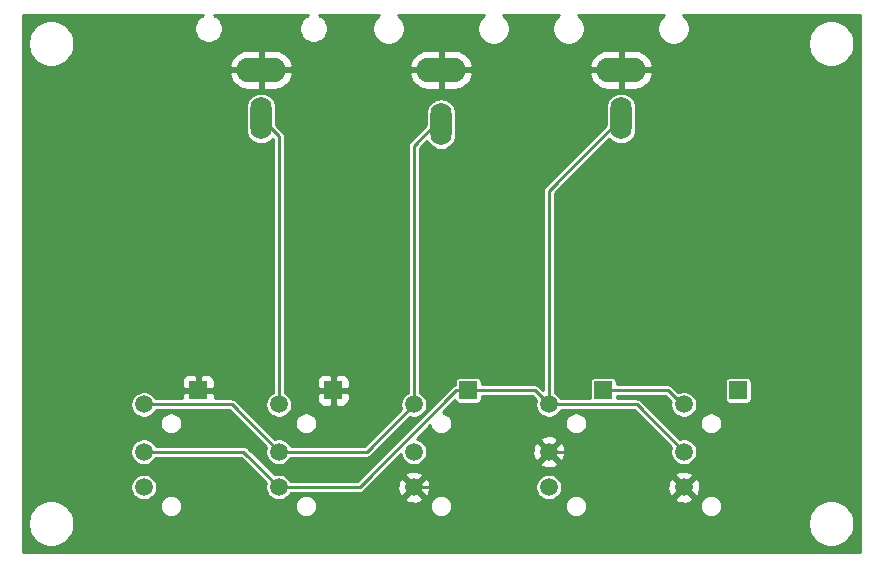
<source format=gbl>
G04 #@! TF.GenerationSoftware,KiCad,Pcbnew,(5.1.8)-1*
G04 #@! TF.CreationDate,2023-05-29T22:24:53+09:00*
G04 #@! TF.ProjectId,OMTPCTIA,4f4d5450-4354-4494-912e-6b696361645f,rev?*
G04 #@! TF.SameCoordinates,PX9157080PY791ddc0*
G04 #@! TF.FileFunction,Copper,L2,Bot*
G04 #@! TF.FilePolarity,Positive*
%FSLAX46Y46*%
G04 Gerber Fmt 4.6, Leading zero omitted, Abs format (unit mm)*
G04 Created by KiCad (PCBNEW (5.1.8)-1) date 2023-05-29 22:24:53*
%MOMM*%
%LPD*%
G01*
G04 APERTURE LIST*
G04 #@! TA.AperFunction,ComponentPad*
%ADD10C,1.500000*%
G04 #@! TD*
G04 #@! TA.AperFunction,ComponentPad*
%ADD11R,1.500000X1.500000*%
G04 #@! TD*
G04 #@! TA.AperFunction,ComponentPad*
%ADD12O,1.800000X3.600000*%
G04 #@! TD*
G04 #@! TA.AperFunction,ComponentPad*
%ADD13O,4.200000X2.100000*%
G04 #@! TD*
G04 #@! TA.AperFunction,ViaPad*
%ADD14C,0.800000*%
G04 #@! TD*
G04 #@! TA.AperFunction,Conductor*
%ADD15C,0.250000*%
G04 #@! TD*
G04 #@! TA.AperFunction,Conductor*
%ADD16C,0.254000*%
G04 #@! TD*
G04 #@! TA.AperFunction,Conductor*
%ADD17C,0.100000*%
G04 #@! TD*
G04 APERTURE END LIST*
D10*
X22465000Y9255000D03*
D11*
X27065000Y14455000D03*
D10*
X22465000Y6255000D03*
X22465000Y13255000D03*
X45325000Y9255000D03*
D11*
X49925000Y14455000D03*
D10*
X45325000Y6255000D03*
X45325000Y13255000D03*
X33895000Y9255000D03*
D11*
X38495000Y14455000D03*
D10*
X33895000Y6255000D03*
X33895000Y13255000D03*
X56755000Y9255000D03*
D11*
X61355000Y14455000D03*
D10*
X56755000Y6255000D03*
X56755000Y13255000D03*
X11035000Y9255000D03*
D11*
X15635000Y14455000D03*
D10*
X11035000Y6255000D03*
X11035000Y13255000D03*
D12*
X36195000Y36995000D03*
D13*
X36195000Y41595000D03*
D12*
X51435000Y37465000D03*
D13*
X51435000Y41595000D03*
D12*
X20955000Y37465000D03*
D13*
X20955000Y41595000D03*
D14*
X51435000Y26035000D03*
X36195000Y26035000D03*
X20955000Y26035000D03*
X8255000Y26035000D03*
X64135000Y26035000D03*
X64135000Y18415000D03*
X8255000Y18415000D03*
X8255000Y33655000D03*
X64135000Y33655000D03*
X43815000Y33655000D03*
X28575000Y33655000D03*
X28575000Y18415000D03*
X43815000Y18415000D03*
X20955000Y3175000D03*
X43815000Y3175000D03*
X64135000Y3175000D03*
X8255000Y3175000D03*
D15*
X42325000Y6255000D02*
X45325000Y9255000D01*
X33895000Y6255000D02*
X42325000Y6255000D01*
X53755000Y9255000D02*
X56755000Y6255000D01*
X45325000Y9255000D02*
X53755000Y9255000D01*
X22465000Y35955000D02*
X20955000Y37465000D01*
X22465000Y13255000D02*
X22465000Y35955000D01*
X18465000Y13255000D02*
X22465000Y9255000D01*
X11035000Y13255000D02*
X18465000Y13255000D01*
X29895000Y9255000D02*
X33895000Y13255000D01*
X22465000Y9255000D02*
X29895000Y9255000D01*
X49925000Y14455000D02*
X55395000Y14455000D01*
X56595000Y13255000D02*
X56755000Y13255000D01*
X55395000Y14455000D02*
X56595000Y13255000D01*
X33895000Y35165000D02*
X36195000Y37465000D01*
X33895000Y13255000D02*
X33895000Y35165000D01*
X19465000Y9255000D02*
X22465000Y6255000D01*
X11035000Y9255000D02*
X19465000Y9255000D01*
X37503998Y14455000D02*
X38495000Y14455000D01*
X29303998Y6255000D02*
X37503998Y14455000D01*
X22465000Y6255000D02*
X29303998Y6255000D01*
X52755000Y13255000D02*
X56755000Y9255000D01*
X45325000Y13255000D02*
X52755000Y13255000D01*
X44125000Y14455000D02*
X45325000Y13255000D01*
X38495000Y14455000D02*
X44125000Y14455000D01*
X45325000Y31355000D02*
X51435000Y37465000D01*
X45325000Y13255000D02*
X45325000Y31355000D01*
D16*
X15926903Y46175898D02*
X15725283Y46041180D01*
X15553820Y45869717D01*
X15419102Y45668097D01*
X15326307Y45444069D01*
X15279000Y45206243D01*
X15279000Y44963757D01*
X15326307Y44725931D01*
X15419102Y44501903D01*
X15553820Y44300283D01*
X15725283Y44128820D01*
X15926903Y43994102D01*
X16150931Y43901307D01*
X16388757Y43854000D01*
X16631243Y43854000D01*
X16869069Y43901307D01*
X17093097Y43994102D01*
X17294717Y44128820D01*
X17466180Y44300283D01*
X17600898Y44501903D01*
X17693693Y44725931D01*
X17741000Y44963757D01*
X17741000Y45206243D01*
X17693693Y45444069D01*
X17600898Y45668097D01*
X17466180Y45869717D01*
X17294717Y46041180D01*
X17093097Y46175898D01*
X16967311Y46228000D01*
X24942689Y46228000D01*
X24816903Y46175898D01*
X24615283Y46041180D01*
X24443820Y45869717D01*
X24309102Y45668097D01*
X24216307Y45444069D01*
X24169000Y45206243D01*
X24169000Y44963757D01*
X24216307Y44725931D01*
X24309102Y44501903D01*
X24443820Y44300283D01*
X24615283Y44128820D01*
X24816903Y43994102D01*
X25040931Y43901307D01*
X25278757Y43854000D01*
X25521243Y43854000D01*
X25759069Y43901307D01*
X25983097Y43994102D01*
X26184717Y44128820D01*
X26356180Y44300283D01*
X26490898Y44501903D01*
X26583693Y44725931D01*
X26631000Y44963757D01*
X26631000Y45206243D01*
X26583693Y45444069D01*
X26490898Y45668097D01*
X26356180Y45869717D01*
X26184717Y46041180D01*
X25983097Y46175898D01*
X25857311Y46228000D01*
X30974886Y46228000D01*
X30869664Y46157693D01*
X30677307Y45965336D01*
X30526174Y45739149D01*
X30422071Y45487823D01*
X30369000Y45221017D01*
X30369000Y44948983D01*
X30422071Y44682177D01*
X30526174Y44430851D01*
X30677307Y44204664D01*
X30869664Y44012307D01*
X31095851Y43861174D01*
X31347177Y43757071D01*
X31613983Y43704000D01*
X31886017Y43704000D01*
X32152823Y43757071D01*
X32404149Y43861174D01*
X32630336Y44012307D01*
X32822693Y44204664D01*
X32973826Y44430851D01*
X33077929Y44682177D01*
X33131000Y44948983D01*
X33131000Y45221017D01*
X33077929Y45487823D01*
X32973826Y45739149D01*
X32822693Y45965336D01*
X32630336Y46157693D01*
X32525114Y46228000D01*
X39864886Y46228000D01*
X39759664Y46157693D01*
X39567307Y45965336D01*
X39416174Y45739149D01*
X39312071Y45487823D01*
X39259000Y45221017D01*
X39259000Y44948983D01*
X39312071Y44682177D01*
X39416174Y44430851D01*
X39567307Y44204664D01*
X39759664Y44012307D01*
X39985851Y43861174D01*
X40237177Y43757071D01*
X40503983Y43704000D01*
X40776017Y43704000D01*
X41042823Y43757071D01*
X41294149Y43861174D01*
X41520336Y44012307D01*
X41712693Y44204664D01*
X41863826Y44430851D01*
X41967929Y44682177D01*
X42021000Y44948983D01*
X42021000Y45221017D01*
X41967929Y45487823D01*
X41863826Y45739149D01*
X41712693Y45965336D01*
X41520336Y46157693D01*
X41415114Y46228000D01*
X46214886Y46228000D01*
X46109664Y46157693D01*
X45917307Y45965336D01*
X45766174Y45739149D01*
X45662071Y45487823D01*
X45609000Y45221017D01*
X45609000Y44948983D01*
X45662071Y44682177D01*
X45766174Y44430851D01*
X45917307Y44204664D01*
X46109664Y44012307D01*
X46335851Y43861174D01*
X46587177Y43757071D01*
X46853983Y43704000D01*
X47126017Y43704000D01*
X47392823Y43757071D01*
X47644149Y43861174D01*
X47870336Y44012307D01*
X48062693Y44204664D01*
X48213826Y44430851D01*
X48317929Y44682177D01*
X48371000Y44948983D01*
X48371000Y45221017D01*
X48317929Y45487823D01*
X48213826Y45739149D01*
X48062693Y45965336D01*
X47870336Y46157693D01*
X47765114Y46228000D01*
X55104886Y46228000D01*
X54999664Y46157693D01*
X54807307Y45965336D01*
X54656174Y45739149D01*
X54552071Y45487823D01*
X54499000Y45221017D01*
X54499000Y44948983D01*
X54552071Y44682177D01*
X54656174Y44430851D01*
X54807307Y44204664D01*
X54999664Y44012307D01*
X55225851Y43861174D01*
X55477177Y43757071D01*
X55743983Y43704000D01*
X56016017Y43704000D01*
X56282823Y43757071D01*
X56534149Y43861174D01*
X56757049Y44010111D01*
X67234000Y44010111D01*
X67234000Y43619889D01*
X67310129Y43237164D01*
X67459461Y42876645D01*
X67676257Y42552186D01*
X67952186Y42276257D01*
X68276645Y42059461D01*
X68637164Y41910129D01*
X69019889Y41834000D01*
X69410111Y41834000D01*
X69792836Y41910129D01*
X70153355Y42059461D01*
X70477814Y42276257D01*
X70753743Y42552186D01*
X70970539Y42876645D01*
X71119871Y43237164D01*
X71196000Y43619889D01*
X71196000Y44010111D01*
X71119871Y44392836D01*
X70970539Y44753355D01*
X70753743Y45077814D01*
X70477814Y45353743D01*
X70153355Y45570539D01*
X69792836Y45719871D01*
X69410111Y45796000D01*
X69019889Y45796000D01*
X68637164Y45719871D01*
X68276645Y45570539D01*
X67952186Y45353743D01*
X67676257Y45077814D01*
X67459461Y44753355D01*
X67310129Y44392836D01*
X67234000Y44010111D01*
X56757049Y44010111D01*
X56760336Y44012307D01*
X56952693Y44204664D01*
X57103826Y44430851D01*
X57207929Y44682177D01*
X57261000Y44948983D01*
X57261000Y45221017D01*
X57207929Y45487823D01*
X57103826Y45739149D01*
X56952693Y45965336D01*
X56760336Y46157693D01*
X56655114Y46228000D01*
X71628000Y46228000D01*
X71628000Y762000D01*
X762000Y762000D01*
X762000Y3370111D01*
X1194000Y3370111D01*
X1194000Y2979889D01*
X1270129Y2597164D01*
X1419461Y2236645D01*
X1636257Y1912186D01*
X1912186Y1636257D01*
X2236645Y1419461D01*
X2597164Y1270129D01*
X2979889Y1194000D01*
X3370111Y1194000D01*
X3752836Y1270129D01*
X4113355Y1419461D01*
X4437814Y1636257D01*
X4713743Y1912186D01*
X4930539Y2236645D01*
X5079871Y2597164D01*
X5156000Y2979889D01*
X5156000Y3370111D01*
X67234000Y3370111D01*
X67234000Y2979889D01*
X67310129Y2597164D01*
X67459461Y2236645D01*
X67676257Y1912186D01*
X67952186Y1636257D01*
X68276645Y1419461D01*
X68637164Y1270129D01*
X69019889Y1194000D01*
X69410111Y1194000D01*
X69792836Y1270129D01*
X70153355Y1419461D01*
X70477814Y1636257D01*
X70753743Y1912186D01*
X70970539Y2236645D01*
X71119871Y2597164D01*
X71196000Y2979889D01*
X71196000Y3370111D01*
X71119871Y3752836D01*
X70970539Y4113355D01*
X70753743Y4437814D01*
X70477814Y4713743D01*
X70153355Y4930539D01*
X69792836Y5079871D01*
X69410111Y5156000D01*
X69019889Y5156000D01*
X68637164Y5079871D01*
X68276645Y4930539D01*
X67952186Y4713743D01*
X67676257Y4437814D01*
X67459461Y4113355D01*
X67310129Y3752836D01*
X67234000Y3370111D01*
X5156000Y3370111D01*
X5079871Y3752836D01*
X4930539Y4113355D01*
X4713743Y4437814D01*
X4437814Y4713743D01*
X4388497Y4746696D01*
X12404000Y4746696D01*
X12404000Y4563304D01*
X12439778Y4383437D01*
X12509958Y4214006D01*
X12611845Y4061522D01*
X12741522Y3931845D01*
X12894006Y3829958D01*
X13063437Y3759778D01*
X13243304Y3724000D01*
X13426696Y3724000D01*
X13606563Y3759778D01*
X13775994Y3829958D01*
X13928478Y3931845D01*
X14058155Y4061522D01*
X14160042Y4214006D01*
X14230222Y4383437D01*
X14266000Y4563304D01*
X14266000Y4746696D01*
X23834000Y4746696D01*
X23834000Y4563304D01*
X23869778Y4383437D01*
X23939958Y4214006D01*
X24041845Y4061522D01*
X24171522Y3931845D01*
X24324006Y3829958D01*
X24493437Y3759778D01*
X24673304Y3724000D01*
X24856696Y3724000D01*
X25036563Y3759778D01*
X25205994Y3829958D01*
X25358478Y3931845D01*
X25488155Y4061522D01*
X25590042Y4214006D01*
X25660222Y4383437D01*
X25696000Y4563304D01*
X25696000Y4746696D01*
X35264000Y4746696D01*
X35264000Y4563304D01*
X35299778Y4383437D01*
X35369958Y4214006D01*
X35471845Y4061522D01*
X35601522Y3931845D01*
X35754006Y3829958D01*
X35923437Y3759778D01*
X36103304Y3724000D01*
X36286696Y3724000D01*
X36466563Y3759778D01*
X36635994Y3829958D01*
X36788478Y3931845D01*
X36918155Y4061522D01*
X37020042Y4214006D01*
X37090222Y4383437D01*
X37126000Y4563304D01*
X37126000Y4746696D01*
X46694000Y4746696D01*
X46694000Y4563304D01*
X46729778Y4383437D01*
X46799958Y4214006D01*
X46901845Y4061522D01*
X47031522Y3931845D01*
X47184006Y3829958D01*
X47353437Y3759778D01*
X47533304Y3724000D01*
X47716696Y3724000D01*
X47896563Y3759778D01*
X48065994Y3829958D01*
X48218478Y3931845D01*
X48348155Y4061522D01*
X48450042Y4214006D01*
X48520222Y4383437D01*
X48556000Y4563304D01*
X48556000Y4746696D01*
X58124000Y4746696D01*
X58124000Y4563304D01*
X58159778Y4383437D01*
X58229958Y4214006D01*
X58331845Y4061522D01*
X58461522Y3931845D01*
X58614006Y3829958D01*
X58783437Y3759778D01*
X58963304Y3724000D01*
X59146696Y3724000D01*
X59326563Y3759778D01*
X59495994Y3829958D01*
X59648478Y3931845D01*
X59778155Y4061522D01*
X59880042Y4214006D01*
X59950222Y4383437D01*
X59986000Y4563304D01*
X59986000Y4746696D01*
X59950222Y4926563D01*
X59880042Y5095994D01*
X59778155Y5248478D01*
X59648478Y5378155D01*
X59495994Y5480042D01*
X59326563Y5550222D01*
X59146696Y5586000D01*
X58963304Y5586000D01*
X58783437Y5550222D01*
X58614006Y5480042D01*
X58461522Y5378155D01*
X58331845Y5248478D01*
X58229958Y5095994D01*
X58159778Y4926563D01*
X58124000Y4746696D01*
X48556000Y4746696D01*
X48520222Y4926563D01*
X48450042Y5095994D01*
X48348155Y5248478D01*
X48298626Y5298007D01*
X55977612Y5298007D01*
X56043137Y5059140D01*
X56290116Y4943240D01*
X56554960Y4877750D01*
X56827492Y4865188D01*
X57097238Y4906035D01*
X57353832Y4998723D01*
X57466863Y5059140D01*
X57532388Y5298007D01*
X56755000Y6075395D01*
X55977612Y5298007D01*
X48298626Y5298007D01*
X48218478Y5378155D01*
X48065994Y5480042D01*
X47896563Y5550222D01*
X47716696Y5586000D01*
X47533304Y5586000D01*
X47353437Y5550222D01*
X47184006Y5480042D01*
X47031522Y5378155D01*
X46901845Y5248478D01*
X46799958Y5095994D01*
X46729778Y4926563D01*
X46694000Y4746696D01*
X37126000Y4746696D01*
X37090222Y4926563D01*
X37020042Y5095994D01*
X36918155Y5248478D01*
X36788478Y5378155D01*
X36635994Y5480042D01*
X36466563Y5550222D01*
X36286696Y5586000D01*
X36103304Y5586000D01*
X35923437Y5550222D01*
X35754006Y5480042D01*
X35601522Y5378155D01*
X35471845Y5248478D01*
X35369958Y5095994D01*
X35299778Y4926563D01*
X35264000Y4746696D01*
X25696000Y4746696D01*
X25660222Y4926563D01*
X25590042Y5095994D01*
X25488155Y5248478D01*
X25438626Y5298007D01*
X33117612Y5298007D01*
X33183137Y5059140D01*
X33430116Y4943240D01*
X33694960Y4877750D01*
X33967492Y4865188D01*
X34237238Y4906035D01*
X34493832Y4998723D01*
X34606863Y5059140D01*
X34672388Y5298007D01*
X33895000Y6075395D01*
X33117612Y5298007D01*
X25438626Y5298007D01*
X25358478Y5378155D01*
X25205994Y5480042D01*
X25036563Y5550222D01*
X24856696Y5586000D01*
X24673304Y5586000D01*
X24493437Y5550222D01*
X24324006Y5480042D01*
X24171522Y5378155D01*
X24041845Y5248478D01*
X23939958Y5095994D01*
X23869778Y4926563D01*
X23834000Y4746696D01*
X14266000Y4746696D01*
X14230222Y4926563D01*
X14160042Y5095994D01*
X14058155Y5248478D01*
X13928478Y5378155D01*
X13775994Y5480042D01*
X13606563Y5550222D01*
X13426696Y5586000D01*
X13243304Y5586000D01*
X13063437Y5550222D01*
X12894006Y5480042D01*
X12741522Y5378155D01*
X12611845Y5248478D01*
X12509958Y5095994D01*
X12439778Y4926563D01*
X12404000Y4746696D01*
X4388497Y4746696D01*
X4113355Y4930539D01*
X3752836Y5079871D01*
X3370111Y5156000D01*
X2979889Y5156000D01*
X2597164Y5079871D01*
X2236645Y4930539D01*
X1912186Y4713743D01*
X1636257Y4437814D01*
X1419461Y4113355D01*
X1270129Y3752836D01*
X1194000Y3370111D01*
X762000Y3370111D01*
X762000Y6366394D01*
X9904000Y6366394D01*
X9904000Y6143606D01*
X9947464Y5925100D01*
X10032721Y5719271D01*
X10156495Y5534030D01*
X10314030Y5376495D01*
X10499271Y5252721D01*
X10705100Y5167464D01*
X10923606Y5124000D01*
X11146394Y5124000D01*
X11364900Y5167464D01*
X11570729Y5252721D01*
X11755970Y5376495D01*
X11913505Y5534030D01*
X12037279Y5719271D01*
X12122536Y5925100D01*
X12166000Y6143606D01*
X12166000Y6366394D01*
X12122536Y6584900D01*
X12037279Y6790729D01*
X11913505Y6975970D01*
X11755970Y7133505D01*
X11570729Y7257279D01*
X11364900Y7342536D01*
X11146394Y7386000D01*
X10923606Y7386000D01*
X10705100Y7342536D01*
X10499271Y7257279D01*
X10314030Y7133505D01*
X10156495Y6975970D01*
X10032721Y6790729D01*
X9947464Y6584900D01*
X9904000Y6366394D01*
X762000Y6366394D01*
X762000Y9366394D01*
X9904000Y9366394D01*
X9904000Y9143606D01*
X9947464Y8925100D01*
X10032721Y8719271D01*
X10156495Y8534030D01*
X10314030Y8376495D01*
X10499271Y8252721D01*
X10705100Y8167464D01*
X10923606Y8124000D01*
X11146394Y8124000D01*
X11364900Y8167464D01*
X11570729Y8252721D01*
X11755970Y8376495D01*
X11913505Y8534030D01*
X12037279Y8719271D01*
X12049593Y8749000D01*
X19255409Y8749000D01*
X21389778Y6614630D01*
X21377464Y6584900D01*
X21334000Y6366394D01*
X21334000Y6143606D01*
X21377464Y5925100D01*
X21462721Y5719271D01*
X21586495Y5534030D01*
X21744030Y5376495D01*
X21929271Y5252721D01*
X22135100Y5167464D01*
X22353606Y5124000D01*
X22576394Y5124000D01*
X22794900Y5167464D01*
X23000729Y5252721D01*
X23185970Y5376495D01*
X23343505Y5534030D01*
X23467279Y5719271D01*
X23479593Y5749000D01*
X29279152Y5749000D01*
X29303998Y5746553D01*
X29328844Y5749000D01*
X29328852Y5749000D01*
X29403191Y5756322D01*
X29498573Y5785255D01*
X29586477Y5832241D01*
X29663525Y5895473D01*
X29679374Y5914785D01*
X29947097Y6182508D01*
X32505188Y6182508D01*
X32546035Y5912762D01*
X32638723Y5656168D01*
X32699140Y5543137D01*
X32938007Y5477612D01*
X33715395Y6255000D01*
X34074605Y6255000D01*
X34851993Y5477612D01*
X35090860Y5543137D01*
X35206760Y5790116D01*
X35272250Y6054960D01*
X35284812Y6327492D01*
X35278922Y6366394D01*
X44194000Y6366394D01*
X44194000Y6143606D01*
X44237464Y5925100D01*
X44322721Y5719271D01*
X44446495Y5534030D01*
X44604030Y5376495D01*
X44789271Y5252721D01*
X44995100Y5167464D01*
X45213606Y5124000D01*
X45436394Y5124000D01*
X45654900Y5167464D01*
X45860729Y5252721D01*
X46045970Y5376495D01*
X46203505Y5534030D01*
X46327279Y5719271D01*
X46412536Y5925100D01*
X46456000Y6143606D01*
X46456000Y6182508D01*
X55365188Y6182508D01*
X55406035Y5912762D01*
X55498723Y5656168D01*
X55559140Y5543137D01*
X55798007Y5477612D01*
X56575395Y6255000D01*
X56934605Y6255000D01*
X57711993Y5477612D01*
X57950860Y5543137D01*
X58066760Y5790116D01*
X58132250Y6054960D01*
X58144812Y6327492D01*
X58103965Y6597238D01*
X58011277Y6853832D01*
X57950860Y6966863D01*
X57711993Y7032388D01*
X56934605Y6255000D01*
X56575395Y6255000D01*
X55798007Y7032388D01*
X55559140Y6966863D01*
X55443240Y6719884D01*
X55377750Y6455040D01*
X55365188Y6182508D01*
X46456000Y6182508D01*
X46456000Y6366394D01*
X46412536Y6584900D01*
X46327279Y6790729D01*
X46203505Y6975970D01*
X46045970Y7133505D01*
X45928505Y7211993D01*
X55977612Y7211993D01*
X56755000Y6434605D01*
X57532388Y7211993D01*
X57466863Y7450860D01*
X57219884Y7566760D01*
X56955040Y7632250D01*
X56682508Y7644812D01*
X56412762Y7603965D01*
X56156168Y7511277D01*
X56043137Y7450860D01*
X55977612Y7211993D01*
X45928505Y7211993D01*
X45860729Y7257279D01*
X45654900Y7342536D01*
X45436394Y7386000D01*
X45213606Y7386000D01*
X44995100Y7342536D01*
X44789271Y7257279D01*
X44604030Y7133505D01*
X44446495Y6975970D01*
X44322721Y6790729D01*
X44237464Y6584900D01*
X44194000Y6366394D01*
X35278922Y6366394D01*
X35243965Y6597238D01*
X35151277Y6853832D01*
X35090860Y6966863D01*
X34851993Y7032388D01*
X34074605Y6255000D01*
X33715395Y6255000D01*
X32938007Y7032388D01*
X32699140Y6966863D01*
X32583240Y6719884D01*
X32517750Y6455040D01*
X32505188Y6182508D01*
X29947097Y6182508D01*
X30976582Y7211993D01*
X33117612Y7211993D01*
X33895000Y6434605D01*
X34672388Y7211993D01*
X34606863Y7450860D01*
X34359884Y7566760D01*
X34095040Y7632250D01*
X33822508Y7644812D01*
X33552762Y7603965D01*
X33296168Y7511277D01*
X33183137Y7450860D01*
X33117612Y7211993D01*
X30976582Y7211993D01*
X32787924Y9023334D01*
X32807464Y8925100D01*
X32892721Y8719271D01*
X33016495Y8534030D01*
X33174030Y8376495D01*
X33359271Y8252721D01*
X33565100Y8167464D01*
X33783606Y8124000D01*
X34006394Y8124000D01*
X34224900Y8167464D01*
X34430729Y8252721D01*
X34498504Y8298007D01*
X44547612Y8298007D01*
X44613137Y8059140D01*
X44860116Y7943240D01*
X45124960Y7877750D01*
X45397492Y7865188D01*
X45667238Y7906035D01*
X45923832Y7998723D01*
X46036863Y8059140D01*
X46102388Y8298007D01*
X45325000Y9075395D01*
X44547612Y8298007D01*
X34498504Y8298007D01*
X34615970Y8376495D01*
X34773505Y8534030D01*
X34897279Y8719271D01*
X34982536Y8925100D01*
X35026000Y9143606D01*
X35026000Y9182508D01*
X43935188Y9182508D01*
X43976035Y8912762D01*
X44068723Y8656168D01*
X44129140Y8543137D01*
X44368007Y8477612D01*
X45145395Y9255000D01*
X45504605Y9255000D01*
X46281993Y8477612D01*
X46520860Y8543137D01*
X46636760Y8790116D01*
X46702250Y9054960D01*
X46714812Y9327492D01*
X46673965Y9597238D01*
X46581277Y9853832D01*
X46520860Y9966863D01*
X46281993Y10032388D01*
X45504605Y9255000D01*
X45145395Y9255000D01*
X44368007Y10032388D01*
X44129140Y9966863D01*
X44013240Y9719884D01*
X43947750Y9455040D01*
X43935188Y9182508D01*
X35026000Y9182508D01*
X35026000Y9366394D01*
X34982536Y9584900D01*
X34897279Y9790729D01*
X34773505Y9975970D01*
X34615970Y10133505D01*
X34498505Y10211993D01*
X44547612Y10211993D01*
X45325000Y9434605D01*
X46102388Y10211993D01*
X46036863Y10450860D01*
X45789884Y10566760D01*
X45525040Y10632250D01*
X45252508Y10644812D01*
X44982762Y10603965D01*
X44726168Y10511277D01*
X44613137Y10450860D01*
X44547612Y10211993D01*
X34498505Y10211993D01*
X34430729Y10257279D01*
X34224900Y10342536D01*
X34126666Y10362076D01*
X35274601Y11510011D01*
X35299778Y11383437D01*
X35369958Y11214006D01*
X35471845Y11061522D01*
X35601522Y10931845D01*
X35754006Y10829958D01*
X35923437Y10759778D01*
X36103304Y10724000D01*
X36286696Y10724000D01*
X36466563Y10759778D01*
X36635994Y10829958D01*
X36788478Y10931845D01*
X36918155Y11061522D01*
X37020042Y11214006D01*
X37090222Y11383437D01*
X37126000Y11563304D01*
X37126000Y11746696D01*
X46694000Y11746696D01*
X46694000Y11563304D01*
X46729778Y11383437D01*
X46799958Y11214006D01*
X46901845Y11061522D01*
X47031522Y10931845D01*
X47184006Y10829958D01*
X47353437Y10759778D01*
X47533304Y10724000D01*
X47716696Y10724000D01*
X47896563Y10759778D01*
X48065994Y10829958D01*
X48218478Y10931845D01*
X48348155Y11061522D01*
X48450042Y11214006D01*
X48520222Y11383437D01*
X48556000Y11563304D01*
X48556000Y11746696D01*
X48520222Y11926563D01*
X48450042Y12095994D01*
X48348155Y12248478D01*
X48218478Y12378155D01*
X48065994Y12480042D01*
X47896563Y12550222D01*
X47716696Y12586000D01*
X47533304Y12586000D01*
X47353437Y12550222D01*
X47184006Y12480042D01*
X47031522Y12378155D01*
X46901845Y12248478D01*
X46799958Y12095994D01*
X46729778Y11926563D01*
X46694000Y11746696D01*
X37126000Y11746696D01*
X37090222Y11926563D01*
X37020042Y12095994D01*
X36918155Y12248478D01*
X36788478Y12378155D01*
X36635994Y12480042D01*
X36466563Y12550222D01*
X36339989Y12575399D01*
X37375422Y13610832D01*
X37391299Y13558492D01*
X37426678Y13492304D01*
X37474289Y13434289D01*
X37532304Y13386678D01*
X37598492Y13351299D01*
X37670311Y13329513D01*
X37745000Y13322157D01*
X39245000Y13322157D01*
X39319689Y13329513D01*
X39391508Y13351299D01*
X39457696Y13386678D01*
X39515711Y13434289D01*
X39563322Y13492304D01*
X39598701Y13558492D01*
X39620487Y13630311D01*
X39627843Y13705000D01*
X39627843Y13949000D01*
X43915409Y13949000D01*
X44249779Y13614630D01*
X44237464Y13584900D01*
X44194000Y13366394D01*
X44194000Y13143606D01*
X44237464Y12925100D01*
X44322721Y12719271D01*
X44446495Y12534030D01*
X44604030Y12376495D01*
X44789271Y12252721D01*
X44995100Y12167464D01*
X45213606Y12124000D01*
X45436394Y12124000D01*
X45654900Y12167464D01*
X45860729Y12252721D01*
X46045970Y12376495D01*
X46203505Y12534030D01*
X46327279Y12719271D01*
X46339593Y12749000D01*
X52545409Y12749000D01*
X55679778Y9614630D01*
X55667464Y9584900D01*
X55624000Y9366394D01*
X55624000Y9143606D01*
X55667464Y8925100D01*
X55752721Y8719271D01*
X55876495Y8534030D01*
X56034030Y8376495D01*
X56219271Y8252721D01*
X56425100Y8167464D01*
X56643606Y8124000D01*
X56866394Y8124000D01*
X57084900Y8167464D01*
X57290729Y8252721D01*
X57475970Y8376495D01*
X57633505Y8534030D01*
X57757279Y8719271D01*
X57842536Y8925100D01*
X57886000Y9143606D01*
X57886000Y9366394D01*
X57842536Y9584900D01*
X57757279Y9790729D01*
X57633505Y9975970D01*
X57475970Y10133505D01*
X57290729Y10257279D01*
X57084900Y10342536D01*
X56866394Y10386000D01*
X56643606Y10386000D01*
X56425100Y10342536D01*
X56395370Y10330222D01*
X54978896Y11746696D01*
X58124000Y11746696D01*
X58124000Y11563304D01*
X58159778Y11383437D01*
X58229958Y11214006D01*
X58331845Y11061522D01*
X58461522Y10931845D01*
X58614006Y10829958D01*
X58783437Y10759778D01*
X58963304Y10724000D01*
X59146696Y10724000D01*
X59326563Y10759778D01*
X59495994Y10829958D01*
X59648478Y10931845D01*
X59778155Y11061522D01*
X59880042Y11214006D01*
X59950222Y11383437D01*
X59986000Y11563304D01*
X59986000Y11746696D01*
X59950222Y11926563D01*
X59880042Y12095994D01*
X59778155Y12248478D01*
X59648478Y12378155D01*
X59495994Y12480042D01*
X59326563Y12550222D01*
X59146696Y12586000D01*
X58963304Y12586000D01*
X58783437Y12550222D01*
X58614006Y12480042D01*
X58461522Y12378155D01*
X58331845Y12248478D01*
X58229958Y12095994D01*
X58159778Y11926563D01*
X58124000Y11746696D01*
X54978896Y11746696D01*
X53130376Y13595215D01*
X53114527Y13614527D01*
X53037479Y13677759D01*
X52949575Y13724745D01*
X52854193Y13753678D01*
X52779854Y13761000D01*
X52779846Y13761000D01*
X52755000Y13763447D01*
X52730154Y13761000D01*
X51057843Y13761000D01*
X51057843Y13949000D01*
X55185409Y13949000D01*
X55647894Y13486515D01*
X55624000Y13366394D01*
X55624000Y13143606D01*
X55667464Y12925100D01*
X55752721Y12719271D01*
X55876495Y12534030D01*
X56034030Y12376495D01*
X56219271Y12252721D01*
X56425100Y12167464D01*
X56643606Y12124000D01*
X56866394Y12124000D01*
X57084900Y12167464D01*
X57290729Y12252721D01*
X57475970Y12376495D01*
X57633505Y12534030D01*
X57757279Y12719271D01*
X57842536Y12925100D01*
X57886000Y13143606D01*
X57886000Y13366394D01*
X57842536Y13584900D01*
X57757279Y13790729D01*
X57633505Y13975970D01*
X57475970Y14133505D01*
X57290729Y14257279D01*
X57084900Y14342536D01*
X56866394Y14386000D01*
X56643606Y14386000D01*
X56425100Y14342536D01*
X56282233Y14283359D01*
X55770376Y14795215D01*
X55754527Y14814527D01*
X55677479Y14877759D01*
X55589575Y14924745D01*
X55494193Y14953678D01*
X55419854Y14961000D01*
X55419846Y14961000D01*
X55395000Y14963447D01*
X55370154Y14961000D01*
X51057843Y14961000D01*
X51057843Y15205000D01*
X60222157Y15205000D01*
X60222157Y13705000D01*
X60229513Y13630311D01*
X60251299Y13558492D01*
X60286678Y13492304D01*
X60334289Y13434289D01*
X60392304Y13386678D01*
X60458492Y13351299D01*
X60530311Y13329513D01*
X60605000Y13322157D01*
X62105000Y13322157D01*
X62179689Y13329513D01*
X62251508Y13351299D01*
X62317696Y13386678D01*
X62375711Y13434289D01*
X62423322Y13492304D01*
X62458701Y13558492D01*
X62480487Y13630311D01*
X62487843Y13705000D01*
X62487843Y15205000D01*
X62480487Y15279689D01*
X62458701Y15351508D01*
X62423322Y15417696D01*
X62375711Y15475711D01*
X62317696Y15523322D01*
X62251508Y15558701D01*
X62179689Y15580487D01*
X62105000Y15587843D01*
X60605000Y15587843D01*
X60530311Y15580487D01*
X60458492Y15558701D01*
X60392304Y15523322D01*
X60334289Y15475711D01*
X60286678Y15417696D01*
X60251299Y15351508D01*
X60229513Y15279689D01*
X60222157Y15205000D01*
X51057843Y15205000D01*
X51050487Y15279689D01*
X51028701Y15351508D01*
X50993322Y15417696D01*
X50945711Y15475711D01*
X50887696Y15523322D01*
X50821508Y15558701D01*
X50749689Y15580487D01*
X50675000Y15587843D01*
X49175000Y15587843D01*
X49100311Y15580487D01*
X49028492Y15558701D01*
X48962304Y15523322D01*
X48904289Y15475711D01*
X48856678Y15417696D01*
X48821299Y15351508D01*
X48799513Y15279689D01*
X48792157Y15205000D01*
X48792157Y13761000D01*
X46339593Y13761000D01*
X46327279Y13790729D01*
X46203505Y13975970D01*
X46045970Y14133505D01*
X45860729Y14257279D01*
X45831000Y14269593D01*
X45831000Y31145409D01*
X50441691Y35756099D01*
X50524814Y35654814D01*
X50719871Y35494734D01*
X50942411Y35375784D01*
X51183880Y35302535D01*
X51435000Y35277802D01*
X51686119Y35302535D01*
X51927588Y35375784D01*
X52150128Y35494734D01*
X52345186Y35654814D01*
X52505266Y35849871D01*
X52624216Y36072411D01*
X52697465Y36313880D01*
X52716000Y36502070D01*
X52716000Y38427930D01*
X52697465Y38616120D01*
X52624216Y38857589D01*
X52505266Y39080129D01*
X52345186Y39275186D01*
X52150129Y39435266D01*
X51927589Y39554216D01*
X51686120Y39627465D01*
X51435000Y39652198D01*
X51183881Y39627465D01*
X50942412Y39554216D01*
X50719872Y39435266D01*
X50524815Y39275186D01*
X50364735Y39080129D01*
X50245785Y38857589D01*
X50172536Y38616120D01*
X50154000Y38427930D01*
X50154000Y36899592D01*
X44984781Y31730372D01*
X44965474Y31714527D01*
X44902242Y31637479D01*
X44877127Y31590492D01*
X44855255Y31549574D01*
X44826322Y31454192D01*
X44816553Y31355000D01*
X44819001Y31330144D01*
X44819000Y14476591D01*
X44500376Y14795215D01*
X44484527Y14814527D01*
X44407479Y14877759D01*
X44319575Y14924745D01*
X44224193Y14953678D01*
X44149854Y14961000D01*
X44149846Y14961000D01*
X44125000Y14963447D01*
X44100154Y14961000D01*
X39627843Y14961000D01*
X39627843Y15205000D01*
X39620487Y15279689D01*
X39598701Y15351508D01*
X39563322Y15417696D01*
X39515711Y15475711D01*
X39457696Y15523322D01*
X39391508Y15558701D01*
X39319689Y15580487D01*
X39245000Y15587843D01*
X37745000Y15587843D01*
X37670311Y15580487D01*
X37598492Y15558701D01*
X37532304Y15523322D01*
X37474289Y15475711D01*
X37426678Y15417696D01*
X37391299Y15351508D01*
X37369513Y15279689D01*
X37362157Y15205000D01*
X37362157Y14940741D01*
X37309423Y14924745D01*
X37221519Y14877759D01*
X37144471Y14814527D01*
X37128626Y14795220D01*
X29094407Y6761000D01*
X23479593Y6761000D01*
X23467279Y6790729D01*
X23343505Y6975970D01*
X23185970Y7133505D01*
X23000729Y7257279D01*
X22794900Y7342536D01*
X22576394Y7386000D01*
X22353606Y7386000D01*
X22135100Y7342536D01*
X22105370Y7330222D01*
X19840376Y9595215D01*
X19824527Y9614527D01*
X19747479Y9677759D01*
X19659575Y9724745D01*
X19564193Y9753678D01*
X19489854Y9761000D01*
X19489846Y9761000D01*
X19465000Y9763447D01*
X19440154Y9761000D01*
X12049593Y9761000D01*
X12037279Y9790729D01*
X11913505Y9975970D01*
X11755970Y10133505D01*
X11570729Y10257279D01*
X11364900Y10342536D01*
X11146394Y10386000D01*
X10923606Y10386000D01*
X10705100Y10342536D01*
X10499271Y10257279D01*
X10314030Y10133505D01*
X10156495Y9975970D01*
X10032721Y9790729D01*
X9947464Y9584900D01*
X9904000Y9366394D01*
X762000Y9366394D01*
X762000Y11746696D01*
X12404000Y11746696D01*
X12404000Y11563304D01*
X12439778Y11383437D01*
X12509958Y11214006D01*
X12611845Y11061522D01*
X12741522Y10931845D01*
X12894006Y10829958D01*
X13063437Y10759778D01*
X13243304Y10724000D01*
X13426696Y10724000D01*
X13606563Y10759778D01*
X13775994Y10829958D01*
X13928478Y10931845D01*
X14058155Y11061522D01*
X14160042Y11214006D01*
X14230222Y11383437D01*
X14266000Y11563304D01*
X14266000Y11746696D01*
X14230222Y11926563D01*
X14160042Y12095994D01*
X14058155Y12248478D01*
X13928478Y12378155D01*
X13775994Y12480042D01*
X13606563Y12550222D01*
X13426696Y12586000D01*
X13243304Y12586000D01*
X13063437Y12550222D01*
X12894006Y12480042D01*
X12741522Y12378155D01*
X12611845Y12248478D01*
X12509958Y12095994D01*
X12439778Y11926563D01*
X12404000Y11746696D01*
X762000Y11746696D01*
X762000Y13366394D01*
X9904000Y13366394D01*
X9904000Y13143606D01*
X9947464Y12925100D01*
X10032721Y12719271D01*
X10156495Y12534030D01*
X10314030Y12376495D01*
X10499271Y12252721D01*
X10705100Y12167464D01*
X10923606Y12124000D01*
X11146394Y12124000D01*
X11364900Y12167464D01*
X11570729Y12252721D01*
X11755970Y12376495D01*
X11913505Y12534030D01*
X12037279Y12719271D01*
X12049593Y12749000D01*
X18255409Y12749000D01*
X21389778Y9614630D01*
X21377464Y9584900D01*
X21334000Y9366394D01*
X21334000Y9143606D01*
X21377464Y8925100D01*
X21462721Y8719271D01*
X21586495Y8534030D01*
X21744030Y8376495D01*
X21929271Y8252721D01*
X22135100Y8167464D01*
X22353606Y8124000D01*
X22576394Y8124000D01*
X22794900Y8167464D01*
X23000729Y8252721D01*
X23185970Y8376495D01*
X23343505Y8534030D01*
X23467279Y8719271D01*
X23479593Y8749000D01*
X29870154Y8749000D01*
X29895000Y8746553D01*
X29919846Y8749000D01*
X29919854Y8749000D01*
X29994193Y8756322D01*
X30089575Y8785255D01*
X30177479Y8832241D01*
X30254527Y8895473D01*
X30270376Y8914785D01*
X33535370Y12179778D01*
X33565100Y12167464D01*
X33783606Y12124000D01*
X34006394Y12124000D01*
X34224900Y12167464D01*
X34430729Y12252721D01*
X34615970Y12376495D01*
X34773505Y12534030D01*
X34897279Y12719271D01*
X34982536Y12925100D01*
X35026000Y13143606D01*
X35026000Y13366394D01*
X34982536Y13584900D01*
X34897279Y13790729D01*
X34773505Y13975970D01*
X34615970Y14133505D01*
X34430729Y14257279D01*
X34401000Y14269593D01*
X34401000Y34955409D01*
X35020490Y35574899D01*
X35124734Y35379872D01*
X35284814Y35184814D01*
X35479871Y35024734D01*
X35702411Y34905784D01*
X35943880Y34832535D01*
X36195000Y34807802D01*
X36446119Y34832535D01*
X36687588Y34905784D01*
X36910128Y35024734D01*
X37105186Y35184814D01*
X37265266Y35379871D01*
X37384216Y35602411D01*
X37457465Y35843880D01*
X37476000Y36032070D01*
X37476000Y37957930D01*
X37457465Y38146120D01*
X37384216Y38387589D01*
X37265266Y38610129D01*
X37105186Y38805186D01*
X36910129Y38965266D01*
X36687589Y39084216D01*
X36446120Y39157465D01*
X36195000Y39182198D01*
X35943881Y39157465D01*
X35702412Y39084216D01*
X35479872Y38965266D01*
X35284815Y38805186D01*
X35124735Y38610129D01*
X35005785Y38387589D01*
X34932536Y38146120D01*
X34914000Y37957930D01*
X34914000Y36899592D01*
X33554781Y35540372D01*
X33535474Y35524527D01*
X33472242Y35447479D01*
X33447127Y35400492D01*
X33425255Y35359574D01*
X33396322Y35264192D01*
X33386553Y35165000D01*
X33389001Y35140144D01*
X33389000Y14269593D01*
X33359271Y14257279D01*
X33174030Y14133505D01*
X33016495Y13975970D01*
X32892721Y13790729D01*
X32807464Y13584900D01*
X32764000Y13366394D01*
X32764000Y13143606D01*
X32807464Y12925100D01*
X32819778Y12895370D01*
X29685409Y9761000D01*
X23479593Y9761000D01*
X23467279Y9790729D01*
X23343505Y9975970D01*
X23185970Y10133505D01*
X23000729Y10257279D01*
X22794900Y10342536D01*
X22576394Y10386000D01*
X22353606Y10386000D01*
X22135100Y10342536D01*
X22105370Y10330222D01*
X20688896Y11746696D01*
X23834000Y11746696D01*
X23834000Y11563304D01*
X23869778Y11383437D01*
X23939958Y11214006D01*
X24041845Y11061522D01*
X24171522Y10931845D01*
X24324006Y10829958D01*
X24493437Y10759778D01*
X24673304Y10724000D01*
X24856696Y10724000D01*
X25036563Y10759778D01*
X25205994Y10829958D01*
X25358478Y10931845D01*
X25488155Y11061522D01*
X25590042Y11214006D01*
X25660222Y11383437D01*
X25696000Y11563304D01*
X25696000Y11746696D01*
X25660222Y11926563D01*
X25590042Y12095994D01*
X25488155Y12248478D01*
X25358478Y12378155D01*
X25205994Y12480042D01*
X25036563Y12550222D01*
X24856696Y12586000D01*
X24673304Y12586000D01*
X24493437Y12550222D01*
X24324006Y12480042D01*
X24171522Y12378155D01*
X24041845Y12248478D01*
X23939958Y12095994D01*
X23869778Y11926563D01*
X23834000Y11746696D01*
X20688896Y11746696D01*
X18840376Y13595215D01*
X18824527Y13614527D01*
X18747479Y13677759D01*
X18659575Y13724745D01*
X18564193Y13753678D01*
X18489854Y13761000D01*
X18489846Y13761000D01*
X18465000Y13763447D01*
X18440154Y13761000D01*
X17022701Y13761000D01*
X17020000Y14169250D01*
X16861250Y14328000D01*
X15762000Y14328000D01*
X15762000Y14308000D01*
X15508000Y14308000D01*
X15508000Y14328000D01*
X14408750Y14328000D01*
X14250000Y14169250D01*
X14247299Y13761000D01*
X12049593Y13761000D01*
X12037279Y13790729D01*
X11913505Y13975970D01*
X11755970Y14133505D01*
X11570729Y14257279D01*
X11364900Y14342536D01*
X11146394Y14386000D01*
X10923606Y14386000D01*
X10705100Y14342536D01*
X10499271Y14257279D01*
X10314030Y14133505D01*
X10156495Y13975970D01*
X10032721Y13790729D01*
X9947464Y13584900D01*
X9904000Y13366394D01*
X762000Y13366394D01*
X762000Y15205000D01*
X14246928Y15205000D01*
X14250000Y14740750D01*
X14408750Y14582000D01*
X15508000Y14582000D01*
X15508000Y15681250D01*
X15762000Y15681250D01*
X15762000Y14582000D01*
X16861250Y14582000D01*
X17020000Y14740750D01*
X17023072Y15205000D01*
X17010812Y15329482D01*
X16974502Y15449180D01*
X16915537Y15559494D01*
X16836185Y15656185D01*
X16739494Y15735537D01*
X16629180Y15794502D01*
X16509482Y15830812D01*
X16385000Y15843072D01*
X15920750Y15840000D01*
X15762000Y15681250D01*
X15508000Y15681250D01*
X15349250Y15840000D01*
X14885000Y15843072D01*
X14760518Y15830812D01*
X14640820Y15794502D01*
X14530506Y15735537D01*
X14433815Y15656185D01*
X14354463Y15559494D01*
X14295498Y15449180D01*
X14259188Y15329482D01*
X14246928Y15205000D01*
X762000Y15205000D01*
X762000Y38427930D01*
X19674000Y38427930D01*
X19674000Y36502071D01*
X19692535Y36313881D01*
X19765784Y36072412D01*
X19884734Y35849872D01*
X20044814Y35654814D01*
X20239871Y35494734D01*
X20462411Y35375784D01*
X20703880Y35302535D01*
X20955000Y35277802D01*
X21206119Y35302535D01*
X21447588Y35375784D01*
X21670128Y35494734D01*
X21865186Y35654814D01*
X21948309Y35756099D01*
X21959001Y35745407D01*
X21959000Y14269593D01*
X21929271Y14257279D01*
X21744030Y14133505D01*
X21586495Y13975970D01*
X21462721Y13790729D01*
X21377464Y13584900D01*
X21334000Y13366394D01*
X21334000Y13143606D01*
X21377464Y12925100D01*
X21462721Y12719271D01*
X21586495Y12534030D01*
X21744030Y12376495D01*
X21929271Y12252721D01*
X22135100Y12167464D01*
X22353606Y12124000D01*
X22576394Y12124000D01*
X22794900Y12167464D01*
X23000729Y12252721D01*
X23185970Y12376495D01*
X23343505Y12534030D01*
X23467279Y12719271D01*
X23552536Y12925100D01*
X23596000Y13143606D01*
X23596000Y13366394D01*
X23552536Y13584900D01*
X23502790Y13705000D01*
X25676928Y13705000D01*
X25689188Y13580518D01*
X25725498Y13460820D01*
X25784463Y13350506D01*
X25863815Y13253815D01*
X25960506Y13174463D01*
X26070820Y13115498D01*
X26190518Y13079188D01*
X26315000Y13066928D01*
X26779250Y13070000D01*
X26938000Y13228750D01*
X26938000Y14328000D01*
X27192000Y14328000D01*
X27192000Y13228750D01*
X27350750Y13070000D01*
X27815000Y13066928D01*
X27939482Y13079188D01*
X28059180Y13115498D01*
X28169494Y13174463D01*
X28266185Y13253815D01*
X28345537Y13350506D01*
X28404502Y13460820D01*
X28440812Y13580518D01*
X28453072Y13705000D01*
X28450000Y14169250D01*
X28291250Y14328000D01*
X27192000Y14328000D01*
X26938000Y14328000D01*
X25838750Y14328000D01*
X25680000Y14169250D01*
X25676928Y13705000D01*
X23502790Y13705000D01*
X23467279Y13790729D01*
X23343505Y13975970D01*
X23185970Y14133505D01*
X23000729Y14257279D01*
X22971000Y14269593D01*
X22971000Y15205000D01*
X25676928Y15205000D01*
X25680000Y14740750D01*
X25838750Y14582000D01*
X26938000Y14582000D01*
X26938000Y15681250D01*
X27192000Y15681250D01*
X27192000Y14582000D01*
X28291250Y14582000D01*
X28450000Y14740750D01*
X28453072Y15205000D01*
X28440812Y15329482D01*
X28404502Y15449180D01*
X28345537Y15559494D01*
X28266185Y15656185D01*
X28169494Y15735537D01*
X28059180Y15794502D01*
X27939482Y15830812D01*
X27815000Y15843072D01*
X27350750Y15840000D01*
X27192000Y15681250D01*
X26938000Y15681250D01*
X26779250Y15840000D01*
X26315000Y15843072D01*
X26190518Y15830812D01*
X26070820Y15794502D01*
X25960506Y15735537D01*
X25863815Y15656185D01*
X25784463Y15559494D01*
X25725498Y15449180D01*
X25689188Y15329482D01*
X25676928Y15205000D01*
X22971000Y15205000D01*
X22971000Y35930155D01*
X22973447Y35955001D01*
X22971000Y35979847D01*
X22971000Y35979854D01*
X22963678Y36054193D01*
X22958152Y36072412D01*
X22956944Y36076393D01*
X22934745Y36149575D01*
X22887759Y36237479D01*
X22824527Y36314527D01*
X22805220Y36330372D01*
X22236000Y36899592D01*
X22236000Y38427930D01*
X22217465Y38616120D01*
X22144216Y38857589D01*
X22025266Y39080129D01*
X21865186Y39275186D01*
X21670129Y39435266D01*
X21447589Y39554216D01*
X21206120Y39627465D01*
X20955000Y39652198D01*
X20703881Y39627465D01*
X20462412Y39554216D01*
X20239872Y39435266D01*
X20044815Y39275186D01*
X19884735Y39080129D01*
X19765785Y38857589D01*
X19692536Y38616120D01*
X19674000Y38427930D01*
X762000Y38427930D01*
X762000Y41206721D01*
X18265346Y41206721D01*
X18299663Y41067510D01*
X18433417Y40764460D01*
X18623723Y40493327D01*
X18863268Y40264531D01*
X19142846Y40086864D01*
X19451713Y39967153D01*
X19778000Y39910000D01*
X20828000Y39910000D01*
X20828000Y41468000D01*
X21082000Y41468000D01*
X21082000Y39910000D01*
X22132000Y39910000D01*
X22458287Y39967153D01*
X22767154Y40086864D01*
X23046732Y40264531D01*
X23286277Y40493327D01*
X23476583Y40764460D01*
X23610337Y41067510D01*
X23644654Y41206721D01*
X33505346Y41206721D01*
X33539663Y41067510D01*
X33673417Y40764460D01*
X33863723Y40493327D01*
X34103268Y40264531D01*
X34382846Y40086864D01*
X34691713Y39967153D01*
X35018000Y39910000D01*
X36068000Y39910000D01*
X36068000Y41468000D01*
X36322000Y41468000D01*
X36322000Y39910000D01*
X37372000Y39910000D01*
X37698287Y39967153D01*
X38007154Y40086864D01*
X38286732Y40264531D01*
X38526277Y40493327D01*
X38716583Y40764460D01*
X38850337Y41067510D01*
X38884654Y41206721D01*
X48745346Y41206721D01*
X48779663Y41067510D01*
X48913417Y40764460D01*
X49103723Y40493327D01*
X49343268Y40264531D01*
X49622846Y40086864D01*
X49931713Y39967153D01*
X50258000Y39910000D01*
X51308000Y39910000D01*
X51308000Y41468000D01*
X51562000Y41468000D01*
X51562000Y39910000D01*
X52612000Y39910000D01*
X52938287Y39967153D01*
X53247154Y40086864D01*
X53526732Y40264531D01*
X53766277Y40493327D01*
X53956583Y40764460D01*
X54090337Y41067510D01*
X54124654Y41206721D01*
X54005957Y41468000D01*
X51562000Y41468000D01*
X51308000Y41468000D01*
X48864043Y41468000D01*
X48745346Y41206721D01*
X38884654Y41206721D01*
X38765957Y41468000D01*
X36322000Y41468000D01*
X36068000Y41468000D01*
X33624043Y41468000D01*
X33505346Y41206721D01*
X23644654Y41206721D01*
X23525957Y41468000D01*
X21082000Y41468000D01*
X20828000Y41468000D01*
X18384043Y41468000D01*
X18265346Y41206721D01*
X762000Y41206721D01*
X762000Y44010111D01*
X1194000Y44010111D01*
X1194000Y43619889D01*
X1270129Y43237164D01*
X1419461Y42876645D01*
X1636257Y42552186D01*
X1912186Y42276257D01*
X2236645Y42059461D01*
X2597164Y41910129D01*
X2979889Y41834000D01*
X3370111Y41834000D01*
X3752836Y41910129D01*
X3929435Y41983279D01*
X18265346Y41983279D01*
X18384043Y41722000D01*
X20828000Y41722000D01*
X20828000Y43280000D01*
X21082000Y43280000D01*
X21082000Y41722000D01*
X23525957Y41722000D01*
X23644654Y41983279D01*
X33505346Y41983279D01*
X33624043Y41722000D01*
X36068000Y41722000D01*
X36068000Y43280000D01*
X36322000Y43280000D01*
X36322000Y41722000D01*
X38765957Y41722000D01*
X38884654Y41983279D01*
X48745346Y41983279D01*
X48864043Y41722000D01*
X51308000Y41722000D01*
X51308000Y43280000D01*
X51562000Y43280000D01*
X51562000Y41722000D01*
X54005957Y41722000D01*
X54124654Y41983279D01*
X54090337Y42122490D01*
X53956583Y42425540D01*
X53766277Y42696673D01*
X53526732Y42925469D01*
X53247154Y43103136D01*
X52938287Y43222847D01*
X52612000Y43280000D01*
X51562000Y43280000D01*
X51308000Y43280000D01*
X50258000Y43280000D01*
X49931713Y43222847D01*
X49622846Y43103136D01*
X49343268Y42925469D01*
X49103723Y42696673D01*
X48913417Y42425540D01*
X48779663Y42122490D01*
X48745346Y41983279D01*
X38884654Y41983279D01*
X38850337Y42122490D01*
X38716583Y42425540D01*
X38526277Y42696673D01*
X38286732Y42925469D01*
X38007154Y43103136D01*
X37698287Y43222847D01*
X37372000Y43280000D01*
X36322000Y43280000D01*
X36068000Y43280000D01*
X35018000Y43280000D01*
X34691713Y43222847D01*
X34382846Y43103136D01*
X34103268Y42925469D01*
X33863723Y42696673D01*
X33673417Y42425540D01*
X33539663Y42122490D01*
X33505346Y41983279D01*
X23644654Y41983279D01*
X23610337Y42122490D01*
X23476583Y42425540D01*
X23286277Y42696673D01*
X23046732Y42925469D01*
X22767154Y43103136D01*
X22458287Y43222847D01*
X22132000Y43280000D01*
X21082000Y43280000D01*
X20828000Y43280000D01*
X19778000Y43280000D01*
X19451713Y43222847D01*
X19142846Y43103136D01*
X18863268Y42925469D01*
X18623723Y42696673D01*
X18433417Y42425540D01*
X18299663Y42122490D01*
X18265346Y41983279D01*
X3929435Y41983279D01*
X4113355Y42059461D01*
X4437814Y42276257D01*
X4713743Y42552186D01*
X4930539Y42876645D01*
X5079871Y43237164D01*
X5156000Y43619889D01*
X5156000Y44010111D01*
X5079871Y44392836D01*
X4930539Y44753355D01*
X4713743Y45077814D01*
X4437814Y45353743D01*
X4113355Y45570539D01*
X3752836Y45719871D01*
X3370111Y45796000D01*
X2979889Y45796000D01*
X2597164Y45719871D01*
X2236645Y45570539D01*
X1912186Y45353743D01*
X1636257Y45077814D01*
X1419461Y44753355D01*
X1270129Y44392836D01*
X1194000Y44010111D01*
X762000Y44010111D01*
X762000Y46228000D01*
X16052689Y46228000D01*
X15926903Y46175898D01*
G04 #@! TA.AperFunction,Conductor*
D17*
G36*
X15926903Y46175898D02*
G01*
X15725283Y46041180D01*
X15553820Y45869717D01*
X15419102Y45668097D01*
X15326307Y45444069D01*
X15279000Y45206243D01*
X15279000Y44963757D01*
X15326307Y44725931D01*
X15419102Y44501903D01*
X15553820Y44300283D01*
X15725283Y44128820D01*
X15926903Y43994102D01*
X16150931Y43901307D01*
X16388757Y43854000D01*
X16631243Y43854000D01*
X16869069Y43901307D01*
X17093097Y43994102D01*
X17294717Y44128820D01*
X17466180Y44300283D01*
X17600898Y44501903D01*
X17693693Y44725931D01*
X17741000Y44963757D01*
X17741000Y45206243D01*
X17693693Y45444069D01*
X17600898Y45668097D01*
X17466180Y45869717D01*
X17294717Y46041180D01*
X17093097Y46175898D01*
X16967311Y46228000D01*
X24942689Y46228000D01*
X24816903Y46175898D01*
X24615283Y46041180D01*
X24443820Y45869717D01*
X24309102Y45668097D01*
X24216307Y45444069D01*
X24169000Y45206243D01*
X24169000Y44963757D01*
X24216307Y44725931D01*
X24309102Y44501903D01*
X24443820Y44300283D01*
X24615283Y44128820D01*
X24816903Y43994102D01*
X25040931Y43901307D01*
X25278757Y43854000D01*
X25521243Y43854000D01*
X25759069Y43901307D01*
X25983097Y43994102D01*
X26184717Y44128820D01*
X26356180Y44300283D01*
X26490898Y44501903D01*
X26583693Y44725931D01*
X26631000Y44963757D01*
X26631000Y45206243D01*
X26583693Y45444069D01*
X26490898Y45668097D01*
X26356180Y45869717D01*
X26184717Y46041180D01*
X25983097Y46175898D01*
X25857311Y46228000D01*
X30974886Y46228000D01*
X30869664Y46157693D01*
X30677307Y45965336D01*
X30526174Y45739149D01*
X30422071Y45487823D01*
X30369000Y45221017D01*
X30369000Y44948983D01*
X30422071Y44682177D01*
X30526174Y44430851D01*
X30677307Y44204664D01*
X30869664Y44012307D01*
X31095851Y43861174D01*
X31347177Y43757071D01*
X31613983Y43704000D01*
X31886017Y43704000D01*
X32152823Y43757071D01*
X32404149Y43861174D01*
X32630336Y44012307D01*
X32822693Y44204664D01*
X32973826Y44430851D01*
X33077929Y44682177D01*
X33131000Y44948983D01*
X33131000Y45221017D01*
X33077929Y45487823D01*
X32973826Y45739149D01*
X32822693Y45965336D01*
X32630336Y46157693D01*
X32525114Y46228000D01*
X39864886Y46228000D01*
X39759664Y46157693D01*
X39567307Y45965336D01*
X39416174Y45739149D01*
X39312071Y45487823D01*
X39259000Y45221017D01*
X39259000Y44948983D01*
X39312071Y44682177D01*
X39416174Y44430851D01*
X39567307Y44204664D01*
X39759664Y44012307D01*
X39985851Y43861174D01*
X40237177Y43757071D01*
X40503983Y43704000D01*
X40776017Y43704000D01*
X41042823Y43757071D01*
X41294149Y43861174D01*
X41520336Y44012307D01*
X41712693Y44204664D01*
X41863826Y44430851D01*
X41967929Y44682177D01*
X42021000Y44948983D01*
X42021000Y45221017D01*
X41967929Y45487823D01*
X41863826Y45739149D01*
X41712693Y45965336D01*
X41520336Y46157693D01*
X41415114Y46228000D01*
X46214886Y46228000D01*
X46109664Y46157693D01*
X45917307Y45965336D01*
X45766174Y45739149D01*
X45662071Y45487823D01*
X45609000Y45221017D01*
X45609000Y44948983D01*
X45662071Y44682177D01*
X45766174Y44430851D01*
X45917307Y44204664D01*
X46109664Y44012307D01*
X46335851Y43861174D01*
X46587177Y43757071D01*
X46853983Y43704000D01*
X47126017Y43704000D01*
X47392823Y43757071D01*
X47644149Y43861174D01*
X47870336Y44012307D01*
X48062693Y44204664D01*
X48213826Y44430851D01*
X48317929Y44682177D01*
X48371000Y44948983D01*
X48371000Y45221017D01*
X48317929Y45487823D01*
X48213826Y45739149D01*
X48062693Y45965336D01*
X47870336Y46157693D01*
X47765114Y46228000D01*
X55104886Y46228000D01*
X54999664Y46157693D01*
X54807307Y45965336D01*
X54656174Y45739149D01*
X54552071Y45487823D01*
X54499000Y45221017D01*
X54499000Y44948983D01*
X54552071Y44682177D01*
X54656174Y44430851D01*
X54807307Y44204664D01*
X54999664Y44012307D01*
X55225851Y43861174D01*
X55477177Y43757071D01*
X55743983Y43704000D01*
X56016017Y43704000D01*
X56282823Y43757071D01*
X56534149Y43861174D01*
X56757049Y44010111D01*
X67234000Y44010111D01*
X67234000Y43619889D01*
X67310129Y43237164D01*
X67459461Y42876645D01*
X67676257Y42552186D01*
X67952186Y42276257D01*
X68276645Y42059461D01*
X68637164Y41910129D01*
X69019889Y41834000D01*
X69410111Y41834000D01*
X69792836Y41910129D01*
X70153355Y42059461D01*
X70477814Y42276257D01*
X70753743Y42552186D01*
X70970539Y42876645D01*
X71119871Y43237164D01*
X71196000Y43619889D01*
X71196000Y44010111D01*
X71119871Y44392836D01*
X70970539Y44753355D01*
X70753743Y45077814D01*
X70477814Y45353743D01*
X70153355Y45570539D01*
X69792836Y45719871D01*
X69410111Y45796000D01*
X69019889Y45796000D01*
X68637164Y45719871D01*
X68276645Y45570539D01*
X67952186Y45353743D01*
X67676257Y45077814D01*
X67459461Y44753355D01*
X67310129Y44392836D01*
X67234000Y44010111D01*
X56757049Y44010111D01*
X56760336Y44012307D01*
X56952693Y44204664D01*
X57103826Y44430851D01*
X57207929Y44682177D01*
X57261000Y44948983D01*
X57261000Y45221017D01*
X57207929Y45487823D01*
X57103826Y45739149D01*
X56952693Y45965336D01*
X56760336Y46157693D01*
X56655114Y46228000D01*
X71628000Y46228000D01*
X71628000Y762000D01*
X762000Y762000D01*
X762000Y3370111D01*
X1194000Y3370111D01*
X1194000Y2979889D01*
X1270129Y2597164D01*
X1419461Y2236645D01*
X1636257Y1912186D01*
X1912186Y1636257D01*
X2236645Y1419461D01*
X2597164Y1270129D01*
X2979889Y1194000D01*
X3370111Y1194000D01*
X3752836Y1270129D01*
X4113355Y1419461D01*
X4437814Y1636257D01*
X4713743Y1912186D01*
X4930539Y2236645D01*
X5079871Y2597164D01*
X5156000Y2979889D01*
X5156000Y3370111D01*
X67234000Y3370111D01*
X67234000Y2979889D01*
X67310129Y2597164D01*
X67459461Y2236645D01*
X67676257Y1912186D01*
X67952186Y1636257D01*
X68276645Y1419461D01*
X68637164Y1270129D01*
X69019889Y1194000D01*
X69410111Y1194000D01*
X69792836Y1270129D01*
X70153355Y1419461D01*
X70477814Y1636257D01*
X70753743Y1912186D01*
X70970539Y2236645D01*
X71119871Y2597164D01*
X71196000Y2979889D01*
X71196000Y3370111D01*
X71119871Y3752836D01*
X70970539Y4113355D01*
X70753743Y4437814D01*
X70477814Y4713743D01*
X70153355Y4930539D01*
X69792836Y5079871D01*
X69410111Y5156000D01*
X69019889Y5156000D01*
X68637164Y5079871D01*
X68276645Y4930539D01*
X67952186Y4713743D01*
X67676257Y4437814D01*
X67459461Y4113355D01*
X67310129Y3752836D01*
X67234000Y3370111D01*
X5156000Y3370111D01*
X5079871Y3752836D01*
X4930539Y4113355D01*
X4713743Y4437814D01*
X4437814Y4713743D01*
X4388497Y4746696D01*
X12404000Y4746696D01*
X12404000Y4563304D01*
X12439778Y4383437D01*
X12509958Y4214006D01*
X12611845Y4061522D01*
X12741522Y3931845D01*
X12894006Y3829958D01*
X13063437Y3759778D01*
X13243304Y3724000D01*
X13426696Y3724000D01*
X13606563Y3759778D01*
X13775994Y3829958D01*
X13928478Y3931845D01*
X14058155Y4061522D01*
X14160042Y4214006D01*
X14230222Y4383437D01*
X14266000Y4563304D01*
X14266000Y4746696D01*
X23834000Y4746696D01*
X23834000Y4563304D01*
X23869778Y4383437D01*
X23939958Y4214006D01*
X24041845Y4061522D01*
X24171522Y3931845D01*
X24324006Y3829958D01*
X24493437Y3759778D01*
X24673304Y3724000D01*
X24856696Y3724000D01*
X25036563Y3759778D01*
X25205994Y3829958D01*
X25358478Y3931845D01*
X25488155Y4061522D01*
X25590042Y4214006D01*
X25660222Y4383437D01*
X25696000Y4563304D01*
X25696000Y4746696D01*
X35264000Y4746696D01*
X35264000Y4563304D01*
X35299778Y4383437D01*
X35369958Y4214006D01*
X35471845Y4061522D01*
X35601522Y3931845D01*
X35754006Y3829958D01*
X35923437Y3759778D01*
X36103304Y3724000D01*
X36286696Y3724000D01*
X36466563Y3759778D01*
X36635994Y3829958D01*
X36788478Y3931845D01*
X36918155Y4061522D01*
X37020042Y4214006D01*
X37090222Y4383437D01*
X37126000Y4563304D01*
X37126000Y4746696D01*
X46694000Y4746696D01*
X46694000Y4563304D01*
X46729778Y4383437D01*
X46799958Y4214006D01*
X46901845Y4061522D01*
X47031522Y3931845D01*
X47184006Y3829958D01*
X47353437Y3759778D01*
X47533304Y3724000D01*
X47716696Y3724000D01*
X47896563Y3759778D01*
X48065994Y3829958D01*
X48218478Y3931845D01*
X48348155Y4061522D01*
X48450042Y4214006D01*
X48520222Y4383437D01*
X48556000Y4563304D01*
X48556000Y4746696D01*
X58124000Y4746696D01*
X58124000Y4563304D01*
X58159778Y4383437D01*
X58229958Y4214006D01*
X58331845Y4061522D01*
X58461522Y3931845D01*
X58614006Y3829958D01*
X58783437Y3759778D01*
X58963304Y3724000D01*
X59146696Y3724000D01*
X59326563Y3759778D01*
X59495994Y3829958D01*
X59648478Y3931845D01*
X59778155Y4061522D01*
X59880042Y4214006D01*
X59950222Y4383437D01*
X59986000Y4563304D01*
X59986000Y4746696D01*
X59950222Y4926563D01*
X59880042Y5095994D01*
X59778155Y5248478D01*
X59648478Y5378155D01*
X59495994Y5480042D01*
X59326563Y5550222D01*
X59146696Y5586000D01*
X58963304Y5586000D01*
X58783437Y5550222D01*
X58614006Y5480042D01*
X58461522Y5378155D01*
X58331845Y5248478D01*
X58229958Y5095994D01*
X58159778Y4926563D01*
X58124000Y4746696D01*
X48556000Y4746696D01*
X48520222Y4926563D01*
X48450042Y5095994D01*
X48348155Y5248478D01*
X48298626Y5298007D01*
X55977612Y5298007D01*
X56043137Y5059140D01*
X56290116Y4943240D01*
X56554960Y4877750D01*
X56827492Y4865188D01*
X57097238Y4906035D01*
X57353832Y4998723D01*
X57466863Y5059140D01*
X57532388Y5298007D01*
X56755000Y6075395D01*
X55977612Y5298007D01*
X48298626Y5298007D01*
X48218478Y5378155D01*
X48065994Y5480042D01*
X47896563Y5550222D01*
X47716696Y5586000D01*
X47533304Y5586000D01*
X47353437Y5550222D01*
X47184006Y5480042D01*
X47031522Y5378155D01*
X46901845Y5248478D01*
X46799958Y5095994D01*
X46729778Y4926563D01*
X46694000Y4746696D01*
X37126000Y4746696D01*
X37090222Y4926563D01*
X37020042Y5095994D01*
X36918155Y5248478D01*
X36788478Y5378155D01*
X36635994Y5480042D01*
X36466563Y5550222D01*
X36286696Y5586000D01*
X36103304Y5586000D01*
X35923437Y5550222D01*
X35754006Y5480042D01*
X35601522Y5378155D01*
X35471845Y5248478D01*
X35369958Y5095994D01*
X35299778Y4926563D01*
X35264000Y4746696D01*
X25696000Y4746696D01*
X25660222Y4926563D01*
X25590042Y5095994D01*
X25488155Y5248478D01*
X25438626Y5298007D01*
X33117612Y5298007D01*
X33183137Y5059140D01*
X33430116Y4943240D01*
X33694960Y4877750D01*
X33967492Y4865188D01*
X34237238Y4906035D01*
X34493832Y4998723D01*
X34606863Y5059140D01*
X34672388Y5298007D01*
X33895000Y6075395D01*
X33117612Y5298007D01*
X25438626Y5298007D01*
X25358478Y5378155D01*
X25205994Y5480042D01*
X25036563Y5550222D01*
X24856696Y5586000D01*
X24673304Y5586000D01*
X24493437Y5550222D01*
X24324006Y5480042D01*
X24171522Y5378155D01*
X24041845Y5248478D01*
X23939958Y5095994D01*
X23869778Y4926563D01*
X23834000Y4746696D01*
X14266000Y4746696D01*
X14230222Y4926563D01*
X14160042Y5095994D01*
X14058155Y5248478D01*
X13928478Y5378155D01*
X13775994Y5480042D01*
X13606563Y5550222D01*
X13426696Y5586000D01*
X13243304Y5586000D01*
X13063437Y5550222D01*
X12894006Y5480042D01*
X12741522Y5378155D01*
X12611845Y5248478D01*
X12509958Y5095994D01*
X12439778Y4926563D01*
X12404000Y4746696D01*
X4388497Y4746696D01*
X4113355Y4930539D01*
X3752836Y5079871D01*
X3370111Y5156000D01*
X2979889Y5156000D01*
X2597164Y5079871D01*
X2236645Y4930539D01*
X1912186Y4713743D01*
X1636257Y4437814D01*
X1419461Y4113355D01*
X1270129Y3752836D01*
X1194000Y3370111D01*
X762000Y3370111D01*
X762000Y6366394D01*
X9904000Y6366394D01*
X9904000Y6143606D01*
X9947464Y5925100D01*
X10032721Y5719271D01*
X10156495Y5534030D01*
X10314030Y5376495D01*
X10499271Y5252721D01*
X10705100Y5167464D01*
X10923606Y5124000D01*
X11146394Y5124000D01*
X11364900Y5167464D01*
X11570729Y5252721D01*
X11755970Y5376495D01*
X11913505Y5534030D01*
X12037279Y5719271D01*
X12122536Y5925100D01*
X12166000Y6143606D01*
X12166000Y6366394D01*
X12122536Y6584900D01*
X12037279Y6790729D01*
X11913505Y6975970D01*
X11755970Y7133505D01*
X11570729Y7257279D01*
X11364900Y7342536D01*
X11146394Y7386000D01*
X10923606Y7386000D01*
X10705100Y7342536D01*
X10499271Y7257279D01*
X10314030Y7133505D01*
X10156495Y6975970D01*
X10032721Y6790729D01*
X9947464Y6584900D01*
X9904000Y6366394D01*
X762000Y6366394D01*
X762000Y9366394D01*
X9904000Y9366394D01*
X9904000Y9143606D01*
X9947464Y8925100D01*
X10032721Y8719271D01*
X10156495Y8534030D01*
X10314030Y8376495D01*
X10499271Y8252721D01*
X10705100Y8167464D01*
X10923606Y8124000D01*
X11146394Y8124000D01*
X11364900Y8167464D01*
X11570729Y8252721D01*
X11755970Y8376495D01*
X11913505Y8534030D01*
X12037279Y8719271D01*
X12049593Y8749000D01*
X19255409Y8749000D01*
X21389778Y6614630D01*
X21377464Y6584900D01*
X21334000Y6366394D01*
X21334000Y6143606D01*
X21377464Y5925100D01*
X21462721Y5719271D01*
X21586495Y5534030D01*
X21744030Y5376495D01*
X21929271Y5252721D01*
X22135100Y5167464D01*
X22353606Y5124000D01*
X22576394Y5124000D01*
X22794900Y5167464D01*
X23000729Y5252721D01*
X23185970Y5376495D01*
X23343505Y5534030D01*
X23467279Y5719271D01*
X23479593Y5749000D01*
X29279152Y5749000D01*
X29303998Y5746553D01*
X29328844Y5749000D01*
X29328852Y5749000D01*
X29403191Y5756322D01*
X29498573Y5785255D01*
X29586477Y5832241D01*
X29663525Y5895473D01*
X29679374Y5914785D01*
X29947097Y6182508D01*
X32505188Y6182508D01*
X32546035Y5912762D01*
X32638723Y5656168D01*
X32699140Y5543137D01*
X32938007Y5477612D01*
X33715395Y6255000D01*
X34074605Y6255000D01*
X34851993Y5477612D01*
X35090860Y5543137D01*
X35206760Y5790116D01*
X35272250Y6054960D01*
X35284812Y6327492D01*
X35278922Y6366394D01*
X44194000Y6366394D01*
X44194000Y6143606D01*
X44237464Y5925100D01*
X44322721Y5719271D01*
X44446495Y5534030D01*
X44604030Y5376495D01*
X44789271Y5252721D01*
X44995100Y5167464D01*
X45213606Y5124000D01*
X45436394Y5124000D01*
X45654900Y5167464D01*
X45860729Y5252721D01*
X46045970Y5376495D01*
X46203505Y5534030D01*
X46327279Y5719271D01*
X46412536Y5925100D01*
X46456000Y6143606D01*
X46456000Y6182508D01*
X55365188Y6182508D01*
X55406035Y5912762D01*
X55498723Y5656168D01*
X55559140Y5543137D01*
X55798007Y5477612D01*
X56575395Y6255000D01*
X56934605Y6255000D01*
X57711993Y5477612D01*
X57950860Y5543137D01*
X58066760Y5790116D01*
X58132250Y6054960D01*
X58144812Y6327492D01*
X58103965Y6597238D01*
X58011277Y6853832D01*
X57950860Y6966863D01*
X57711993Y7032388D01*
X56934605Y6255000D01*
X56575395Y6255000D01*
X55798007Y7032388D01*
X55559140Y6966863D01*
X55443240Y6719884D01*
X55377750Y6455040D01*
X55365188Y6182508D01*
X46456000Y6182508D01*
X46456000Y6366394D01*
X46412536Y6584900D01*
X46327279Y6790729D01*
X46203505Y6975970D01*
X46045970Y7133505D01*
X45928505Y7211993D01*
X55977612Y7211993D01*
X56755000Y6434605D01*
X57532388Y7211993D01*
X57466863Y7450860D01*
X57219884Y7566760D01*
X56955040Y7632250D01*
X56682508Y7644812D01*
X56412762Y7603965D01*
X56156168Y7511277D01*
X56043137Y7450860D01*
X55977612Y7211993D01*
X45928505Y7211993D01*
X45860729Y7257279D01*
X45654900Y7342536D01*
X45436394Y7386000D01*
X45213606Y7386000D01*
X44995100Y7342536D01*
X44789271Y7257279D01*
X44604030Y7133505D01*
X44446495Y6975970D01*
X44322721Y6790729D01*
X44237464Y6584900D01*
X44194000Y6366394D01*
X35278922Y6366394D01*
X35243965Y6597238D01*
X35151277Y6853832D01*
X35090860Y6966863D01*
X34851993Y7032388D01*
X34074605Y6255000D01*
X33715395Y6255000D01*
X32938007Y7032388D01*
X32699140Y6966863D01*
X32583240Y6719884D01*
X32517750Y6455040D01*
X32505188Y6182508D01*
X29947097Y6182508D01*
X30976582Y7211993D01*
X33117612Y7211993D01*
X33895000Y6434605D01*
X34672388Y7211993D01*
X34606863Y7450860D01*
X34359884Y7566760D01*
X34095040Y7632250D01*
X33822508Y7644812D01*
X33552762Y7603965D01*
X33296168Y7511277D01*
X33183137Y7450860D01*
X33117612Y7211993D01*
X30976582Y7211993D01*
X32787924Y9023334D01*
X32807464Y8925100D01*
X32892721Y8719271D01*
X33016495Y8534030D01*
X33174030Y8376495D01*
X33359271Y8252721D01*
X33565100Y8167464D01*
X33783606Y8124000D01*
X34006394Y8124000D01*
X34224900Y8167464D01*
X34430729Y8252721D01*
X34498504Y8298007D01*
X44547612Y8298007D01*
X44613137Y8059140D01*
X44860116Y7943240D01*
X45124960Y7877750D01*
X45397492Y7865188D01*
X45667238Y7906035D01*
X45923832Y7998723D01*
X46036863Y8059140D01*
X46102388Y8298007D01*
X45325000Y9075395D01*
X44547612Y8298007D01*
X34498504Y8298007D01*
X34615970Y8376495D01*
X34773505Y8534030D01*
X34897279Y8719271D01*
X34982536Y8925100D01*
X35026000Y9143606D01*
X35026000Y9182508D01*
X43935188Y9182508D01*
X43976035Y8912762D01*
X44068723Y8656168D01*
X44129140Y8543137D01*
X44368007Y8477612D01*
X45145395Y9255000D01*
X45504605Y9255000D01*
X46281993Y8477612D01*
X46520860Y8543137D01*
X46636760Y8790116D01*
X46702250Y9054960D01*
X46714812Y9327492D01*
X46673965Y9597238D01*
X46581277Y9853832D01*
X46520860Y9966863D01*
X46281993Y10032388D01*
X45504605Y9255000D01*
X45145395Y9255000D01*
X44368007Y10032388D01*
X44129140Y9966863D01*
X44013240Y9719884D01*
X43947750Y9455040D01*
X43935188Y9182508D01*
X35026000Y9182508D01*
X35026000Y9366394D01*
X34982536Y9584900D01*
X34897279Y9790729D01*
X34773505Y9975970D01*
X34615970Y10133505D01*
X34498505Y10211993D01*
X44547612Y10211993D01*
X45325000Y9434605D01*
X46102388Y10211993D01*
X46036863Y10450860D01*
X45789884Y10566760D01*
X45525040Y10632250D01*
X45252508Y10644812D01*
X44982762Y10603965D01*
X44726168Y10511277D01*
X44613137Y10450860D01*
X44547612Y10211993D01*
X34498505Y10211993D01*
X34430729Y10257279D01*
X34224900Y10342536D01*
X34126666Y10362076D01*
X35274601Y11510011D01*
X35299778Y11383437D01*
X35369958Y11214006D01*
X35471845Y11061522D01*
X35601522Y10931845D01*
X35754006Y10829958D01*
X35923437Y10759778D01*
X36103304Y10724000D01*
X36286696Y10724000D01*
X36466563Y10759778D01*
X36635994Y10829958D01*
X36788478Y10931845D01*
X36918155Y11061522D01*
X37020042Y11214006D01*
X37090222Y11383437D01*
X37126000Y11563304D01*
X37126000Y11746696D01*
X46694000Y11746696D01*
X46694000Y11563304D01*
X46729778Y11383437D01*
X46799958Y11214006D01*
X46901845Y11061522D01*
X47031522Y10931845D01*
X47184006Y10829958D01*
X47353437Y10759778D01*
X47533304Y10724000D01*
X47716696Y10724000D01*
X47896563Y10759778D01*
X48065994Y10829958D01*
X48218478Y10931845D01*
X48348155Y11061522D01*
X48450042Y11214006D01*
X48520222Y11383437D01*
X48556000Y11563304D01*
X48556000Y11746696D01*
X48520222Y11926563D01*
X48450042Y12095994D01*
X48348155Y12248478D01*
X48218478Y12378155D01*
X48065994Y12480042D01*
X47896563Y12550222D01*
X47716696Y12586000D01*
X47533304Y12586000D01*
X47353437Y12550222D01*
X47184006Y12480042D01*
X47031522Y12378155D01*
X46901845Y12248478D01*
X46799958Y12095994D01*
X46729778Y11926563D01*
X46694000Y11746696D01*
X37126000Y11746696D01*
X37090222Y11926563D01*
X37020042Y12095994D01*
X36918155Y12248478D01*
X36788478Y12378155D01*
X36635994Y12480042D01*
X36466563Y12550222D01*
X36339989Y12575399D01*
X37375422Y13610832D01*
X37391299Y13558492D01*
X37426678Y13492304D01*
X37474289Y13434289D01*
X37532304Y13386678D01*
X37598492Y13351299D01*
X37670311Y13329513D01*
X37745000Y13322157D01*
X39245000Y13322157D01*
X39319689Y13329513D01*
X39391508Y13351299D01*
X39457696Y13386678D01*
X39515711Y13434289D01*
X39563322Y13492304D01*
X39598701Y13558492D01*
X39620487Y13630311D01*
X39627843Y13705000D01*
X39627843Y13949000D01*
X43915409Y13949000D01*
X44249779Y13614630D01*
X44237464Y13584900D01*
X44194000Y13366394D01*
X44194000Y13143606D01*
X44237464Y12925100D01*
X44322721Y12719271D01*
X44446495Y12534030D01*
X44604030Y12376495D01*
X44789271Y12252721D01*
X44995100Y12167464D01*
X45213606Y12124000D01*
X45436394Y12124000D01*
X45654900Y12167464D01*
X45860729Y12252721D01*
X46045970Y12376495D01*
X46203505Y12534030D01*
X46327279Y12719271D01*
X46339593Y12749000D01*
X52545409Y12749000D01*
X55679778Y9614630D01*
X55667464Y9584900D01*
X55624000Y9366394D01*
X55624000Y9143606D01*
X55667464Y8925100D01*
X55752721Y8719271D01*
X55876495Y8534030D01*
X56034030Y8376495D01*
X56219271Y8252721D01*
X56425100Y8167464D01*
X56643606Y8124000D01*
X56866394Y8124000D01*
X57084900Y8167464D01*
X57290729Y8252721D01*
X57475970Y8376495D01*
X57633505Y8534030D01*
X57757279Y8719271D01*
X57842536Y8925100D01*
X57886000Y9143606D01*
X57886000Y9366394D01*
X57842536Y9584900D01*
X57757279Y9790729D01*
X57633505Y9975970D01*
X57475970Y10133505D01*
X57290729Y10257279D01*
X57084900Y10342536D01*
X56866394Y10386000D01*
X56643606Y10386000D01*
X56425100Y10342536D01*
X56395370Y10330222D01*
X54978896Y11746696D01*
X58124000Y11746696D01*
X58124000Y11563304D01*
X58159778Y11383437D01*
X58229958Y11214006D01*
X58331845Y11061522D01*
X58461522Y10931845D01*
X58614006Y10829958D01*
X58783437Y10759778D01*
X58963304Y10724000D01*
X59146696Y10724000D01*
X59326563Y10759778D01*
X59495994Y10829958D01*
X59648478Y10931845D01*
X59778155Y11061522D01*
X59880042Y11214006D01*
X59950222Y11383437D01*
X59986000Y11563304D01*
X59986000Y11746696D01*
X59950222Y11926563D01*
X59880042Y12095994D01*
X59778155Y12248478D01*
X59648478Y12378155D01*
X59495994Y12480042D01*
X59326563Y12550222D01*
X59146696Y12586000D01*
X58963304Y12586000D01*
X58783437Y12550222D01*
X58614006Y12480042D01*
X58461522Y12378155D01*
X58331845Y12248478D01*
X58229958Y12095994D01*
X58159778Y11926563D01*
X58124000Y11746696D01*
X54978896Y11746696D01*
X53130376Y13595215D01*
X53114527Y13614527D01*
X53037479Y13677759D01*
X52949575Y13724745D01*
X52854193Y13753678D01*
X52779854Y13761000D01*
X52779846Y13761000D01*
X52755000Y13763447D01*
X52730154Y13761000D01*
X51057843Y13761000D01*
X51057843Y13949000D01*
X55185409Y13949000D01*
X55647894Y13486515D01*
X55624000Y13366394D01*
X55624000Y13143606D01*
X55667464Y12925100D01*
X55752721Y12719271D01*
X55876495Y12534030D01*
X56034030Y12376495D01*
X56219271Y12252721D01*
X56425100Y12167464D01*
X56643606Y12124000D01*
X56866394Y12124000D01*
X57084900Y12167464D01*
X57290729Y12252721D01*
X57475970Y12376495D01*
X57633505Y12534030D01*
X57757279Y12719271D01*
X57842536Y12925100D01*
X57886000Y13143606D01*
X57886000Y13366394D01*
X57842536Y13584900D01*
X57757279Y13790729D01*
X57633505Y13975970D01*
X57475970Y14133505D01*
X57290729Y14257279D01*
X57084900Y14342536D01*
X56866394Y14386000D01*
X56643606Y14386000D01*
X56425100Y14342536D01*
X56282233Y14283359D01*
X55770376Y14795215D01*
X55754527Y14814527D01*
X55677479Y14877759D01*
X55589575Y14924745D01*
X55494193Y14953678D01*
X55419854Y14961000D01*
X55419846Y14961000D01*
X55395000Y14963447D01*
X55370154Y14961000D01*
X51057843Y14961000D01*
X51057843Y15205000D01*
X60222157Y15205000D01*
X60222157Y13705000D01*
X60229513Y13630311D01*
X60251299Y13558492D01*
X60286678Y13492304D01*
X60334289Y13434289D01*
X60392304Y13386678D01*
X60458492Y13351299D01*
X60530311Y13329513D01*
X60605000Y13322157D01*
X62105000Y13322157D01*
X62179689Y13329513D01*
X62251508Y13351299D01*
X62317696Y13386678D01*
X62375711Y13434289D01*
X62423322Y13492304D01*
X62458701Y13558492D01*
X62480487Y13630311D01*
X62487843Y13705000D01*
X62487843Y15205000D01*
X62480487Y15279689D01*
X62458701Y15351508D01*
X62423322Y15417696D01*
X62375711Y15475711D01*
X62317696Y15523322D01*
X62251508Y15558701D01*
X62179689Y15580487D01*
X62105000Y15587843D01*
X60605000Y15587843D01*
X60530311Y15580487D01*
X60458492Y15558701D01*
X60392304Y15523322D01*
X60334289Y15475711D01*
X60286678Y15417696D01*
X60251299Y15351508D01*
X60229513Y15279689D01*
X60222157Y15205000D01*
X51057843Y15205000D01*
X51050487Y15279689D01*
X51028701Y15351508D01*
X50993322Y15417696D01*
X50945711Y15475711D01*
X50887696Y15523322D01*
X50821508Y15558701D01*
X50749689Y15580487D01*
X50675000Y15587843D01*
X49175000Y15587843D01*
X49100311Y15580487D01*
X49028492Y15558701D01*
X48962304Y15523322D01*
X48904289Y15475711D01*
X48856678Y15417696D01*
X48821299Y15351508D01*
X48799513Y15279689D01*
X48792157Y15205000D01*
X48792157Y13761000D01*
X46339593Y13761000D01*
X46327279Y13790729D01*
X46203505Y13975970D01*
X46045970Y14133505D01*
X45860729Y14257279D01*
X45831000Y14269593D01*
X45831000Y31145409D01*
X50441691Y35756099D01*
X50524814Y35654814D01*
X50719871Y35494734D01*
X50942411Y35375784D01*
X51183880Y35302535D01*
X51435000Y35277802D01*
X51686119Y35302535D01*
X51927588Y35375784D01*
X52150128Y35494734D01*
X52345186Y35654814D01*
X52505266Y35849871D01*
X52624216Y36072411D01*
X52697465Y36313880D01*
X52716000Y36502070D01*
X52716000Y38427930D01*
X52697465Y38616120D01*
X52624216Y38857589D01*
X52505266Y39080129D01*
X52345186Y39275186D01*
X52150129Y39435266D01*
X51927589Y39554216D01*
X51686120Y39627465D01*
X51435000Y39652198D01*
X51183881Y39627465D01*
X50942412Y39554216D01*
X50719872Y39435266D01*
X50524815Y39275186D01*
X50364735Y39080129D01*
X50245785Y38857589D01*
X50172536Y38616120D01*
X50154000Y38427930D01*
X50154000Y36899592D01*
X44984781Y31730372D01*
X44965474Y31714527D01*
X44902242Y31637479D01*
X44877127Y31590492D01*
X44855255Y31549574D01*
X44826322Y31454192D01*
X44816553Y31355000D01*
X44819001Y31330144D01*
X44819000Y14476591D01*
X44500376Y14795215D01*
X44484527Y14814527D01*
X44407479Y14877759D01*
X44319575Y14924745D01*
X44224193Y14953678D01*
X44149854Y14961000D01*
X44149846Y14961000D01*
X44125000Y14963447D01*
X44100154Y14961000D01*
X39627843Y14961000D01*
X39627843Y15205000D01*
X39620487Y15279689D01*
X39598701Y15351508D01*
X39563322Y15417696D01*
X39515711Y15475711D01*
X39457696Y15523322D01*
X39391508Y15558701D01*
X39319689Y15580487D01*
X39245000Y15587843D01*
X37745000Y15587843D01*
X37670311Y15580487D01*
X37598492Y15558701D01*
X37532304Y15523322D01*
X37474289Y15475711D01*
X37426678Y15417696D01*
X37391299Y15351508D01*
X37369513Y15279689D01*
X37362157Y15205000D01*
X37362157Y14940741D01*
X37309423Y14924745D01*
X37221519Y14877759D01*
X37144471Y14814527D01*
X37128626Y14795220D01*
X29094407Y6761000D01*
X23479593Y6761000D01*
X23467279Y6790729D01*
X23343505Y6975970D01*
X23185970Y7133505D01*
X23000729Y7257279D01*
X22794900Y7342536D01*
X22576394Y7386000D01*
X22353606Y7386000D01*
X22135100Y7342536D01*
X22105370Y7330222D01*
X19840376Y9595215D01*
X19824527Y9614527D01*
X19747479Y9677759D01*
X19659575Y9724745D01*
X19564193Y9753678D01*
X19489854Y9761000D01*
X19489846Y9761000D01*
X19465000Y9763447D01*
X19440154Y9761000D01*
X12049593Y9761000D01*
X12037279Y9790729D01*
X11913505Y9975970D01*
X11755970Y10133505D01*
X11570729Y10257279D01*
X11364900Y10342536D01*
X11146394Y10386000D01*
X10923606Y10386000D01*
X10705100Y10342536D01*
X10499271Y10257279D01*
X10314030Y10133505D01*
X10156495Y9975970D01*
X10032721Y9790729D01*
X9947464Y9584900D01*
X9904000Y9366394D01*
X762000Y9366394D01*
X762000Y11746696D01*
X12404000Y11746696D01*
X12404000Y11563304D01*
X12439778Y11383437D01*
X12509958Y11214006D01*
X12611845Y11061522D01*
X12741522Y10931845D01*
X12894006Y10829958D01*
X13063437Y10759778D01*
X13243304Y10724000D01*
X13426696Y10724000D01*
X13606563Y10759778D01*
X13775994Y10829958D01*
X13928478Y10931845D01*
X14058155Y11061522D01*
X14160042Y11214006D01*
X14230222Y11383437D01*
X14266000Y11563304D01*
X14266000Y11746696D01*
X14230222Y11926563D01*
X14160042Y12095994D01*
X14058155Y12248478D01*
X13928478Y12378155D01*
X13775994Y12480042D01*
X13606563Y12550222D01*
X13426696Y12586000D01*
X13243304Y12586000D01*
X13063437Y12550222D01*
X12894006Y12480042D01*
X12741522Y12378155D01*
X12611845Y12248478D01*
X12509958Y12095994D01*
X12439778Y11926563D01*
X12404000Y11746696D01*
X762000Y11746696D01*
X762000Y13366394D01*
X9904000Y13366394D01*
X9904000Y13143606D01*
X9947464Y12925100D01*
X10032721Y12719271D01*
X10156495Y12534030D01*
X10314030Y12376495D01*
X10499271Y12252721D01*
X10705100Y12167464D01*
X10923606Y12124000D01*
X11146394Y12124000D01*
X11364900Y12167464D01*
X11570729Y12252721D01*
X11755970Y12376495D01*
X11913505Y12534030D01*
X12037279Y12719271D01*
X12049593Y12749000D01*
X18255409Y12749000D01*
X21389778Y9614630D01*
X21377464Y9584900D01*
X21334000Y9366394D01*
X21334000Y9143606D01*
X21377464Y8925100D01*
X21462721Y8719271D01*
X21586495Y8534030D01*
X21744030Y8376495D01*
X21929271Y8252721D01*
X22135100Y8167464D01*
X22353606Y8124000D01*
X22576394Y8124000D01*
X22794900Y8167464D01*
X23000729Y8252721D01*
X23185970Y8376495D01*
X23343505Y8534030D01*
X23467279Y8719271D01*
X23479593Y8749000D01*
X29870154Y8749000D01*
X29895000Y8746553D01*
X29919846Y8749000D01*
X29919854Y8749000D01*
X29994193Y8756322D01*
X30089575Y8785255D01*
X30177479Y8832241D01*
X30254527Y8895473D01*
X30270376Y8914785D01*
X33535370Y12179778D01*
X33565100Y12167464D01*
X33783606Y12124000D01*
X34006394Y12124000D01*
X34224900Y12167464D01*
X34430729Y12252721D01*
X34615970Y12376495D01*
X34773505Y12534030D01*
X34897279Y12719271D01*
X34982536Y12925100D01*
X35026000Y13143606D01*
X35026000Y13366394D01*
X34982536Y13584900D01*
X34897279Y13790729D01*
X34773505Y13975970D01*
X34615970Y14133505D01*
X34430729Y14257279D01*
X34401000Y14269593D01*
X34401000Y34955409D01*
X35020490Y35574899D01*
X35124734Y35379872D01*
X35284814Y35184814D01*
X35479871Y35024734D01*
X35702411Y34905784D01*
X35943880Y34832535D01*
X36195000Y34807802D01*
X36446119Y34832535D01*
X36687588Y34905784D01*
X36910128Y35024734D01*
X37105186Y35184814D01*
X37265266Y35379871D01*
X37384216Y35602411D01*
X37457465Y35843880D01*
X37476000Y36032070D01*
X37476000Y37957930D01*
X37457465Y38146120D01*
X37384216Y38387589D01*
X37265266Y38610129D01*
X37105186Y38805186D01*
X36910129Y38965266D01*
X36687589Y39084216D01*
X36446120Y39157465D01*
X36195000Y39182198D01*
X35943881Y39157465D01*
X35702412Y39084216D01*
X35479872Y38965266D01*
X35284815Y38805186D01*
X35124735Y38610129D01*
X35005785Y38387589D01*
X34932536Y38146120D01*
X34914000Y37957930D01*
X34914000Y36899592D01*
X33554781Y35540372D01*
X33535474Y35524527D01*
X33472242Y35447479D01*
X33447127Y35400492D01*
X33425255Y35359574D01*
X33396322Y35264192D01*
X33386553Y35165000D01*
X33389001Y35140144D01*
X33389000Y14269593D01*
X33359271Y14257279D01*
X33174030Y14133505D01*
X33016495Y13975970D01*
X32892721Y13790729D01*
X32807464Y13584900D01*
X32764000Y13366394D01*
X32764000Y13143606D01*
X32807464Y12925100D01*
X32819778Y12895370D01*
X29685409Y9761000D01*
X23479593Y9761000D01*
X23467279Y9790729D01*
X23343505Y9975970D01*
X23185970Y10133505D01*
X23000729Y10257279D01*
X22794900Y10342536D01*
X22576394Y10386000D01*
X22353606Y10386000D01*
X22135100Y10342536D01*
X22105370Y10330222D01*
X20688896Y11746696D01*
X23834000Y11746696D01*
X23834000Y11563304D01*
X23869778Y11383437D01*
X23939958Y11214006D01*
X24041845Y11061522D01*
X24171522Y10931845D01*
X24324006Y10829958D01*
X24493437Y10759778D01*
X24673304Y10724000D01*
X24856696Y10724000D01*
X25036563Y10759778D01*
X25205994Y10829958D01*
X25358478Y10931845D01*
X25488155Y11061522D01*
X25590042Y11214006D01*
X25660222Y11383437D01*
X25696000Y11563304D01*
X25696000Y11746696D01*
X25660222Y11926563D01*
X25590042Y12095994D01*
X25488155Y12248478D01*
X25358478Y12378155D01*
X25205994Y12480042D01*
X25036563Y12550222D01*
X24856696Y12586000D01*
X24673304Y12586000D01*
X24493437Y12550222D01*
X24324006Y12480042D01*
X24171522Y12378155D01*
X24041845Y12248478D01*
X23939958Y12095994D01*
X23869778Y11926563D01*
X23834000Y11746696D01*
X20688896Y11746696D01*
X18840376Y13595215D01*
X18824527Y13614527D01*
X18747479Y13677759D01*
X18659575Y13724745D01*
X18564193Y13753678D01*
X18489854Y13761000D01*
X18489846Y13761000D01*
X18465000Y13763447D01*
X18440154Y13761000D01*
X17022701Y13761000D01*
X17020000Y14169250D01*
X16861250Y14328000D01*
X15762000Y14328000D01*
X15762000Y14308000D01*
X15508000Y14308000D01*
X15508000Y14328000D01*
X14408750Y14328000D01*
X14250000Y14169250D01*
X14247299Y13761000D01*
X12049593Y13761000D01*
X12037279Y13790729D01*
X11913505Y13975970D01*
X11755970Y14133505D01*
X11570729Y14257279D01*
X11364900Y14342536D01*
X11146394Y14386000D01*
X10923606Y14386000D01*
X10705100Y14342536D01*
X10499271Y14257279D01*
X10314030Y14133505D01*
X10156495Y13975970D01*
X10032721Y13790729D01*
X9947464Y13584900D01*
X9904000Y13366394D01*
X762000Y13366394D01*
X762000Y15205000D01*
X14246928Y15205000D01*
X14250000Y14740750D01*
X14408750Y14582000D01*
X15508000Y14582000D01*
X15508000Y15681250D01*
X15762000Y15681250D01*
X15762000Y14582000D01*
X16861250Y14582000D01*
X17020000Y14740750D01*
X17023072Y15205000D01*
X17010812Y15329482D01*
X16974502Y15449180D01*
X16915537Y15559494D01*
X16836185Y15656185D01*
X16739494Y15735537D01*
X16629180Y15794502D01*
X16509482Y15830812D01*
X16385000Y15843072D01*
X15920750Y15840000D01*
X15762000Y15681250D01*
X15508000Y15681250D01*
X15349250Y15840000D01*
X14885000Y15843072D01*
X14760518Y15830812D01*
X14640820Y15794502D01*
X14530506Y15735537D01*
X14433815Y15656185D01*
X14354463Y15559494D01*
X14295498Y15449180D01*
X14259188Y15329482D01*
X14246928Y15205000D01*
X762000Y15205000D01*
X762000Y38427930D01*
X19674000Y38427930D01*
X19674000Y36502071D01*
X19692535Y36313881D01*
X19765784Y36072412D01*
X19884734Y35849872D01*
X20044814Y35654814D01*
X20239871Y35494734D01*
X20462411Y35375784D01*
X20703880Y35302535D01*
X20955000Y35277802D01*
X21206119Y35302535D01*
X21447588Y35375784D01*
X21670128Y35494734D01*
X21865186Y35654814D01*
X21948309Y35756099D01*
X21959001Y35745407D01*
X21959000Y14269593D01*
X21929271Y14257279D01*
X21744030Y14133505D01*
X21586495Y13975970D01*
X21462721Y13790729D01*
X21377464Y13584900D01*
X21334000Y13366394D01*
X21334000Y13143606D01*
X21377464Y12925100D01*
X21462721Y12719271D01*
X21586495Y12534030D01*
X21744030Y12376495D01*
X21929271Y12252721D01*
X22135100Y12167464D01*
X22353606Y12124000D01*
X22576394Y12124000D01*
X22794900Y12167464D01*
X23000729Y12252721D01*
X23185970Y12376495D01*
X23343505Y12534030D01*
X23467279Y12719271D01*
X23552536Y12925100D01*
X23596000Y13143606D01*
X23596000Y13366394D01*
X23552536Y13584900D01*
X23502790Y13705000D01*
X25676928Y13705000D01*
X25689188Y13580518D01*
X25725498Y13460820D01*
X25784463Y13350506D01*
X25863815Y13253815D01*
X25960506Y13174463D01*
X26070820Y13115498D01*
X26190518Y13079188D01*
X26315000Y13066928D01*
X26779250Y13070000D01*
X26938000Y13228750D01*
X26938000Y14328000D01*
X27192000Y14328000D01*
X27192000Y13228750D01*
X27350750Y13070000D01*
X27815000Y13066928D01*
X27939482Y13079188D01*
X28059180Y13115498D01*
X28169494Y13174463D01*
X28266185Y13253815D01*
X28345537Y13350506D01*
X28404502Y13460820D01*
X28440812Y13580518D01*
X28453072Y13705000D01*
X28450000Y14169250D01*
X28291250Y14328000D01*
X27192000Y14328000D01*
X26938000Y14328000D01*
X25838750Y14328000D01*
X25680000Y14169250D01*
X25676928Y13705000D01*
X23502790Y13705000D01*
X23467279Y13790729D01*
X23343505Y13975970D01*
X23185970Y14133505D01*
X23000729Y14257279D01*
X22971000Y14269593D01*
X22971000Y15205000D01*
X25676928Y15205000D01*
X25680000Y14740750D01*
X25838750Y14582000D01*
X26938000Y14582000D01*
X26938000Y15681250D01*
X27192000Y15681250D01*
X27192000Y14582000D01*
X28291250Y14582000D01*
X28450000Y14740750D01*
X28453072Y15205000D01*
X28440812Y15329482D01*
X28404502Y15449180D01*
X28345537Y15559494D01*
X28266185Y15656185D01*
X28169494Y15735537D01*
X28059180Y15794502D01*
X27939482Y15830812D01*
X27815000Y15843072D01*
X27350750Y15840000D01*
X27192000Y15681250D01*
X26938000Y15681250D01*
X26779250Y15840000D01*
X26315000Y15843072D01*
X26190518Y15830812D01*
X26070820Y15794502D01*
X25960506Y15735537D01*
X25863815Y15656185D01*
X25784463Y15559494D01*
X25725498Y15449180D01*
X25689188Y15329482D01*
X25676928Y15205000D01*
X22971000Y15205000D01*
X22971000Y35930155D01*
X22973447Y35955001D01*
X22971000Y35979847D01*
X22971000Y35979854D01*
X22963678Y36054193D01*
X22958152Y36072412D01*
X22956944Y36076393D01*
X22934745Y36149575D01*
X22887759Y36237479D01*
X22824527Y36314527D01*
X22805220Y36330372D01*
X22236000Y36899592D01*
X22236000Y38427930D01*
X22217465Y38616120D01*
X22144216Y38857589D01*
X22025266Y39080129D01*
X21865186Y39275186D01*
X21670129Y39435266D01*
X21447589Y39554216D01*
X21206120Y39627465D01*
X20955000Y39652198D01*
X20703881Y39627465D01*
X20462412Y39554216D01*
X20239872Y39435266D01*
X20044815Y39275186D01*
X19884735Y39080129D01*
X19765785Y38857589D01*
X19692536Y38616120D01*
X19674000Y38427930D01*
X762000Y38427930D01*
X762000Y41206721D01*
X18265346Y41206721D01*
X18299663Y41067510D01*
X18433417Y40764460D01*
X18623723Y40493327D01*
X18863268Y40264531D01*
X19142846Y40086864D01*
X19451713Y39967153D01*
X19778000Y39910000D01*
X20828000Y39910000D01*
X20828000Y41468000D01*
X21082000Y41468000D01*
X21082000Y39910000D01*
X22132000Y39910000D01*
X22458287Y39967153D01*
X22767154Y40086864D01*
X23046732Y40264531D01*
X23286277Y40493327D01*
X23476583Y40764460D01*
X23610337Y41067510D01*
X23644654Y41206721D01*
X33505346Y41206721D01*
X33539663Y41067510D01*
X33673417Y40764460D01*
X33863723Y40493327D01*
X34103268Y40264531D01*
X34382846Y40086864D01*
X34691713Y39967153D01*
X35018000Y39910000D01*
X36068000Y39910000D01*
X36068000Y41468000D01*
X36322000Y41468000D01*
X36322000Y39910000D01*
X37372000Y39910000D01*
X37698287Y39967153D01*
X38007154Y40086864D01*
X38286732Y40264531D01*
X38526277Y40493327D01*
X38716583Y40764460D01*
X38850337Y41067510D01*
X38884654Y41206721D01*
X48745346Y41206721D01*
X48779663Y41067510D01*
X48913417Y40764460D01*
X49103723Y40493327D01*
X49343268Y40264531D01*
X49622846Y40086864D01*
X49931713Y39967153D01*
X50258000Y39910000D01*
X51308000Y39910000D01*
X51308000Y41468000D01*
X51562000Y41468000D01*
X51562000Y39910000D01*
X52612000Y39910000D01*
X52938287Y39967153D01*
X53247154Y40086864D01*
X53526732Y40264531D01*
X53766277Y40493327D01*
X53956583Y40764460D01*
X54090337Y41067510D01*
X54124654Y41206721D01*
X54005957Y41468000D01*
X51562000Y41468000D01*
X51308000Y41468000D01*
X48864043Y41468000D01*
X48745346Y41206721D01*
X38884654Y41206721D01*
X38765957Y41468000D01*
X36322000Y41468000D01*
X36068000Y41468000D01*
X33624043Y41468000D01*
X33505346Y41206721D01*
X23644654Y41206721D01*
X23525957Y41468000D01*
X21082000Y41468000D01*
X20828000Y41468000D01*
X18384043Y41468000D01*
X18265346Y41206721D01*
X762000Y41206721D01*
X762000Y44010111D01*
X1194000Y44010111D01*
X1194000Y43619889D01*
X1270129Y43237164D01*
X1419461Y42876645D01*
X1636257Y42552186D01*
X1912186Y42276257D01*
X2236645Y42059461D01*
X2597164Y41910129D01*
X2979889Y41834000D01*
X3370111Y41834000D01*
X3752836Y41910129D01*
X3929435Y41983279D01*
X18265346Y41983279D01*
X18384043Y41722000D01*
X20828000Y41722000D01*
X20828000Y43280000D01*
X21082000Y43280000D01*
X21082000Y41722000D01*
X23525957Y41722000D01*
X23644654Y41983279D01*
X33505346Y41983279D01*
X33624043Y41722000D01*
X36068000Y41722000D01*
X36068000Y43280000D01*
X36322000Y43280000D01*
X36322000Y41722000D01*
X38765957Y41722000D01*
X38884654Y41983279D01*
X48745346Y41983279D01*
X48864043Y41722000D01*
X51308000Y41722000D01*
X51308000Y43280000D01*
X51562000Y43280000D01*
X51562000Y41722000D01*
X54005957Y41722000D01*
X54124654Y41983279D01*
X54090337Y42122490D01*
X53956583Y42425540D01*
X53766277Y42696673D01*
X53526732Y42925469D01*
X53247154Y43103136D01*
X52938287Y43222847D01*
X52612000Y43280000D01*
X51562000Y43280000D01*
X51308000Y43280000D01*
X50258000Y43280000D01*
X49931713Y43222847D01*
X49622846Y43103136D01*
X49343268Y42925469D01*
X49103723Y42696673D01*
X48913417Y42425540D01*
X48779663Y42122490D01*
X48745346Y41983279D01*
X38884654Y41983279D01*
X38850337Y42122490D01*
X38716583Y42425540D01*
X38526277Y42696673D01*
X38286732Y42925469D01*
X38007154Y43103136D01*
X37698287Y43222847D01*
X37372000Y43280000D01*
X36322000Y43280000D01*
X36068000Y43280000D01*
X35018000Y43280000D01*
X34691713Y43222847D01*
X34382846Y43103136D01*
X34103268Y42925469D01*
X33863723Y42696673D01*
X33673417Y42425540D01*
X33539663Y42122490D01*
X33505346Y41983279D01*
X23644654Y41983279D01*
X23610337Y42122490D01*
X23476583Y42425540D01*
X23286277Y42696673D01*
X23046732Y42925469D01*
X22767154Y43103136D01*
X22458287Y43222847D01*
X22132000Y43280000D01*
X21082000Y43280000D01*
X20828000Y43280000D01*
X19778000Y43280000D01*
X19451713Y43222847D01*
X19142846Y43103136D01*
X18863268Y42925469D01*
X18623723Y42696673D01*
X18433417Y42425540D01*
X18299663Y42122490D01*
X18265346Y41983279D01*
X3929435Y41983279D01*
X4113355Y42059461D01*
X4437814Y42276257D01*
X4713743Y42552186D01*
X4930539Y42876645D01*
X5079871Y43237164D01*
X5156000Y43619889D01*
X5156000Y44010111D01*
X5079871Y44392836D01*
X4930539Y44753355D01*
X4713743Y45077814D01*
X4437814Y45353743D01*
X4113355Y45570539D01*
X3752836Y45719871D01*
X3370111Y45796000D01*
X2979889Y45796000D01*
X2597164Y45719871D01*
X2236645Y45570539D01*
X1912186Y45353743D01*
X1636257Y45077814D01*
X1419461Y44753355D01*
X1270129Y44392836D01*
X1194000Y44010111D01*
X762000Y44010111D01*
X762000Y46228000D01*
X16052689Y46228000D01*
X15926903Y46175898D01*
G37*
G04 #@! TD.AperFunction*
M02*

</source>
